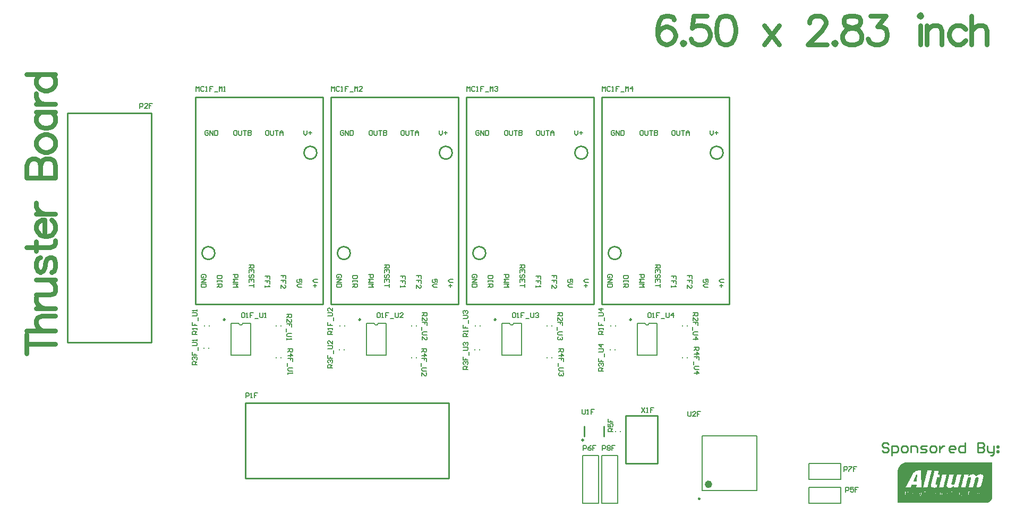
<source format=gto>
G04*
G04 #@! TF.GenerationSoftware,Altium Limited,Altium Designer,19.0.12 (326)*
G04*
G04 Layer_Color=65535*
%FSLAX24Y24*%
%MOIN*%
G70*
G01*
G75*
%ADD10C,0.0100*%
%ADD11C,0.0098*%
%ADD12C,0.0236*%
%ADD13C,0.0079*%
%ADD14C,0.0197*%
%ADD15C,0.0010*%
%ADD16C,0.0070*%
%ADD17C,0.0060*%
%ADD18C,0.0300*%
D10*
X15200Y16200D02*
G03*
X15200Y16200I-400J0D01*
G01*
X21600Y22500D02*
G03*
X21600Y22500I-400J0D01*
G01*
X41353Y12022D02*
G03*
X41353Y12022I-56J0D01*
G01*
X32853D02*
G03*
X32853Y12022I-56J0D01*
G01*
X24353D02*
G03*
X24353Y12022I-56J0D01*
G01*
X15853D02*
G03*
X15853Y12022I-56J0D01*
G01*
X23700Y16200D02*
G03*
X23700Y16200I-400J0D01*
G01*
X30100Y22500D02*
G03*
X30100Y22500I-400J0D01*
G01*
X38600D02*
G03*
X38600Y22500I-400J0D01*
G01*
X32200Y16200D02*
G03*
X32200Y16200I-400J0D01*
G01*
X40700D02*
G03*
X40700Y16200I-400J0D01*
G01*
X47100Y22500D02*
G03*
X47100Y22500I-400J0D01*
G01*
X14000Y13000D02*
X22000D01*
Y26000D01*
X14000Y13000D02*
Y26000D01*
X22000D01*
X41000Y6000D02*
X43000D01*
X41000Y3000D02*
Y6000D01*
Y3000D02*
X43000D01*
Y6000D01*
X17122Y2063D02*
X29878D01*
Y6787D01*
X17122D02*
X29878D01*
X17122Y2063D02*
Y6787D01*
X39610Y4685D02*
Y5315D01*
X38390Y4685D02*
Y5315D01*
X5951Y10604D02*
X11207D01*
X5951Y25004D02*
X11207D01*
Y10604D02*
Y25004D01*
X5951Y10604D02*
Y25004D01*
X22500Y13000D02*
X30500D01*
Y26000D01*
X22500Y13000D02*
Y26000D01*
X30500D01*
X31000D02*
X39000D01*
X31000Y13000D02*
Y26000D01*
X39000Y13000D02*
Y26000D01*
X31000Y13000D02*
X39000D01*
X39500D02*
X47500D01*
Y26000D01*
X39500Y13000D02*
Y26000D01*
X47500D01*
X57500Y4200D02*
X57400Y4300D01*
X57200D01*
X57100Y4200D01*
Y4100D01*
X57200Y4000D01*
X57400D01*
X57500Y3900D01*
Y3800D01*
X57400Y3700D01*
X57200D01*
X57100Y3800D01*
X57700Y3500D02*
Y4100D01*
X58000D01*
X58100Y4000D01*
Y3800D01*
X58000Y3700D01*
X57700D01*
X58400D02*
X58600D01*
X58699Y3800D01*
Y4000D01*
X58600Y4100D01*
X58400D01*
X58300Y4000D01*
Y3800D01*
X58400Y3700D01*
X58899D02*
Y4100D01*
X59199D01*
X59299Y4000D01*
Y3700D01*
X59499D02*
X59799D01*
X59899Y3800D01*
X59799Y3900D01*
X59599D01*
X59499Y4000D01*
X59599Y4100D01*
X59899D01*
X60199Y3700D02*
X60399D01*
X60499Y3800D01*
Y4000D01*
X60399Y4100D01*
X60199D01*
X60099Y4000D01*
Y3800D01*
X60199Y3700D01*
X60699Y4100D02*
Y3700D01*
Y3900D01*
X60799Y4000D01*
X60899Y4100D01*
X60999D01*
X61599Y3700D02*
X61399D01*
X61299Y3800D01*
Y4000D01*
X61399Y4100D01*
X61599D01*
X61699Y4000D01*
Y3900D01*
X61299D01*
X62298Y4300D02*
Y3700D01*
X61998D01*
X61898Y3800D01*
Y4000D01*
X61998Y4100D01*
X62298D01*
X63098Y4300D02*
Y3700D01*
X63398D01*
X63498Y3800D01*
Y3900D01*
X63398Y4000D01*
X63098D01*
X63398D01*
X63498Y4100D01*
Y4200D01*
X63398Y4300D01*
X63098D01*
X63698Y4100D02*
Y3800D01*
X63798Y3700D01*
X64098D01*
Y3600D01*
X63998Y3500D01*
X63898D01*
X64098Y3700D02*
Y4100D01*
X64298D02*
X64398D01*
Y4000D01*
X64298D01*
Y4100D01*
Y3800D02*
X64398D01*
Y3700D01*
X64298D01*
Y3800D01*
D11*
X45650Y776D02*
G03*
X45650Y776I-49J0D01*
G01*
D12*
X46299Y1681D02*
G03*
X46299Y1681I-118J0D01*
G01*
D13*
X42205Y11800D02*
G03*
X42455Y11800I125J0D01*
G01*
X33705D02*
G03*
X33955Y11800I125J0D01*
G01*
X25205D02*
G03*
X25455Y11800I125J0D01*
G01*
X16705D02*
G03*
X16955Y11800I125J0D01*
G01*
X40352Y4980D02*
Y5020D01*
X40648Y4980D02*
Y5020D01*
X39500Y3500D02*
X40500D01*
Y500D02*
Y3500D01*
X39500Y500D02*
X40500D01*
X39500D02*
Y3500D01*
X38300D02*
X39300D01*
Y500D02*
Y3500D01*
X38300Y500D02*
X39300D01*
X38300D02*
Y3500D01*
X45787Y1287D02*
X49213D01*
X45787Y4713D02*
X49213D01*
X45787Y1287D02*
Y4713D01*
X49213Y1287D02*
Y4713D01*
X41724Y9800D02*
Y11800D01*
Y9800D02*
X42937D01*
Y11800D01*
X42455D02*
X42937D01*
X41724D02*
X42205D01*
X33224Y9800D02*
Y11800D01*
Y9800D02*
X34437D01*
Y11800D01*
X33955D02*
X34437D01*
X33224D02*
X33705D01*
X24724Y9800D02*
Y11800D01*
Y9800D02*
X25937D01*
Y11800D01*
X25455D02*
X25937D01*
X24724D02*
X25205D01*
X16224Y9800D02*
Y11800D01*
Y9800D02*
X17437D01*
Y11800D01*
X16955D02*
X17437D01*
X16224D02*
X16705D01*
X52500Y2000D02*
X54500D01*
Y3000D01*
X52500D02*
X54500D01*
X52500Y2000D02*
Y3000D01*
Y500D02*
X54500D01*
Y1500D01*
X52500D02*
X54500D01*
X52500Y500D02*
Y1500D01*
X14552Y11630D02*
Y11670D01*
X14848Y11630D02*
Y11670D01*
X23052Y11630D02*
Y11670D01*
X23348Y11630D02*
Y11670D01*
X31552Y11630D02*
Y11670D01*
X31848Y11630D02*
Y11670D01*
X40052Y11630D02*
Y11670D01*
X40348Y11630D02*
Y11670D01*
X19348Y11630D02*
Y11670D01*
X19052Y11630D02*
Y11670D01*
X27848Y11630D02*
Y11670D01*
X27552Y11630D02*
Y11670D01*
X36348Y11630D02*
Y11670D01*
X36052Y11630D02*
Y11670D01*
X44848Y11630D02*
Y11670D01*
X44552Y11630D02*
Y11670D01*
X14529Y10219D02*
Y10258D01*
X14824Y10219D02*
Y10258D01*
X23029Y10130D02*
Y10170D01*
X23324Y10130D02*
Y10170D01*
X31529Y10130D02*
Y10170D01*
X31824Y10130D02*
Y10170D01*
X40029Y10130D02*
Y10170D01*
X40324Y10130D02*
Y10170D01*
X19052Y9630D02*
Y9670D01*
X19348Y9630D02*
Y9670D01*
X27552Y9630D02*
Y9670D01*
X27848Y9630D02*
Y9670D01*
X36052Y9630D02*
Y9670D01*
X36348Y9630D02*
Y9670D01*
X44552Y9630D02*
Y9670D01*
X44848Y9630D02*
Y9670D01*
D14*
X38291Y4449D02*
G03*
X38291Y4449I-0J0D01*
G01*
D15*
X58590Y3060D02*
X63960D01*
X58530Y3050D02*
X63960D01*
X58500Y3040D02*
X63960D01*
X58470Y3030D02*
X63960D01*
X58440Y3020D02*
X63960D01*
X58420Y3010D02*
X63960D01*
X58400Y3000D02*
X63960D01*
X58380Y2990D02*
X63960D01*
X58360Y2980D02*
X63960D01*
X58340Y2970D02*
X63960D01*
X58330Y2960D02*
X63960D01*
X58310Y2950D02*
X63960D01*
X58300Y2940D02*
X63960D01*
X58290Y2930D02*
X63960D01*
X58280Y2920D02*
X63960D01*
X58260Y2910D02*
X63960D01*
X58250Y2900D02*
X63960D01*
X58240Y2890D02*
X63960D01*
X58230Y2880D02*
X63960D01*
X58220Y2870D02*
X63960D01*
X58210Y2860D02*
X63960D01*
X58210Y2850D02*
X63960D01*
X58200Y2840D02*
X63960D01*
X58190Y2830D02*
X63960D01*
X58180Y2820D02*
X63960D01*
X58170Y2810D02*
X63960D01*
X58170Y2800D02*
X63960D01*
X58160Y2790D02*
X63960D01*
X58150Y2780D02*
X63960D01*
X58140Y2770D02*
X63960D01*
X58140Y2760D02*
X63960D01*
X58130Y2750D02*
X63960D01*
X58130Y2740D02*
X63960D01*
X58120Y2730D02*
X63960D01*
X58110Y2720D02*
X63960D01*
X58110Y2710D02*
X63960D01*
X58110Y2700D02*
X63960D01*
X58100Y2690D02*
X63960D01*
X58100Y2680D02*
X63960D01*
X58090Y2670D02*
X63960D01*
X58090Y2660D02*
X63960D01*
X58080Y2650D02*
X63960D01*
X58080Y2640D02*
X63960D01*
X58080Y2630D02*
X63960D01*
X58070Y2620D02*
X63960D01*
X58070Y2610D02*
X63960D01*
X58070Y2600D02*
X63960D01*
X58070Y2590D02*
X63960D01*
X58060Y2580D02*
X63960D01*
X58060Y2570D02*
X59300D01*
X59510D02*
X59890D01*
X60200D02*
X63960D01*
X58060Y2560D02*
X59240D01*
X59510D02*
X59880D01*
X60190D02*
X60340D01*
X60650D02*
X63960D01*
X58060Y2550D02*
X59210D01*
X59510D02*
X59880D01*
X60190D02*
X60340D01*
X60640D02*
X63960D01*
X58060Y2540D02*
X59180D01*
X59510D02*
X59880D01*
X60190D02*
X60330D01*
X60640D02*
X63960D01*
X58060Y2530D02*
X59160D01*
X59510D02*
X59880D01*
X60190D02*
X60330D01*
X60640D02*
X63960D01*
X58060Y2520D02*
X59140D01*
X59510D02*
X59870D01*
X60180D02*
X60330D01*
X60640D02*
X63960D01*
X58060Y2510D02*
X59120D01*
X59510D02*
X59870D01*
X60180D02*
X60330D01*
X60630D02*
X63960D01*
X58060Y2500D02*
X59110D01*
X59520D02*
X59870D01*
X60180D02*
X60320D01*
X60630D02*
X63960D01*
X58060Y2490D02*
X59090D01*
X59520D02*
X59870D01*
X60180D02*
X60320D01*
X60630D02*
X63960D01*
X58060Y2480D02*
X59080D01*
X59520D02*
X59860D01*
X60170D02*
X60320D01*
X60630D02*
X63960D01*
X58060Y2470D02*
X59070D01*
X59520D02*
X59860D01*
X60170D02*
X60320D01*
X60620D02*
X63960D01*
X58060Y2460D02*
X59060D01*
X59520D02*
X59860D01*
X60170D02*
X60310D01*
X60620D02*
X63960D01*
X58060Y2450D02*
X59050D01*
X59520D02*
X59860D01*
X60170D02*
X60310D01*
X60620D02*
X63960D01*
X58060Y2440D02*
X59040D01*
X59520D02*
X59850D01*
X60160D02*
X60310D01*
X60620D02*
X63960D01*
X58060Y2430D02*
X59030D01*
X59520D02*
X59850D01*
X60160D02*
X60310D01*
X60610D02*
X63960D01*
X58060Y2420D02*
X59020D01*
X59520D02*
X59850D01*
X60160D02*
X60300D01*
X60610D02*
X63960D01*
X58060Y2410D02*
X59010D01*
X59520D02*
X59850D01*
X60160D02*
X60300D01*
X60610D02*
X63960D01*
X58060Y2400D02*
X59000D01*
X59520D02*
X59840D01*
X60150D02*
X60300D01*
X60600D02*
X63960D01*
X58060Y2390D02*
X59000D01*
X59520D02*
X59840D01*
X60150D02*
X60300D01*
X60600D02*
X63960D01*
X58060Y2380D02*
X58990D01*
X59520D02*
X59840D01*
X60150D02*
X60290D01*
X60600D02*
X63960D01*
X58060Y2370D02*
X58980D01*
X59520D02*
X59840D01*
X60150D02*
X60290D01*
X60600D02*
X63960D01*
X58060Y2360D02*
X58980D01*
X59520D02*
X59840D01*
X60140D02*
X60290D01*
X60590D02*
X63960D01*
X58060Y2350D02*
X58970D01*
X59520D02*
X59830D01*
X60140D02*
X60290D01*
X60590D02*
X63960D01*
X58060Y2340D02*
X58970D01*
X59520D02*
X59830D01*
X60140D02*
X60280D01*
X60590D02*
X63960D01*
X58060Y2330D02*
X58960D01*
X59520D02*
X59830D01*
X60140D02*
X60280D01*
X60590D02*
X62710D01*
X62820D02*
X63190D01*
X63290D02*
X63960D01*
X58060Y2320D02*
X58960D01*
X59520D02*
X59830D01*
X60130D02*
X60280D01*
X60580D02*
X62650D01*
X62860D02*
X63130D01*
X63340D02*
X63960D01*
X58060Y2310D02*
X58950D01*
X59520D02*
X59820D01*
X60130D02*
X60280D01*
X60710D02*
X62620D01*
X62890D02*
X63100D01*
X63360D02*
X63960D01*
X58060Y2300D02*
X58950D01*
X59230D02*
X59240D01*
X59520D02*
X59820D01*
X60130D02*
X60270D01*
X60710D02*
X60820D01*
X61130D02*
X61260D01*
X61570D02*
X61740D01*
X62050D02*
X62200D01*
X62510D02*
X62600D01*
X62900D02*
X63080D01*
X63380D02*
X63960D01*
X58060Y2290D02*
X58940D01*
X59230D02*
X59240D01*
X59520D02*
X59820D01*
X60130D02*
X60270D01*
X60700D02*
X60820D01*
X61120D02*
X61260D01*
X61570D02*
X61740D01*
X62050D02*
X62200D01*
X62510D02*
X62580D01*
X62920D02*
X63060D01*
X63400D02*
X63960D01*
X58060Y2280D02*
X58940D01*
X59220D02*
X59240D01*
X59520D02*
X59820D01*
X60120D02*
X60270D01*
X60700D02*
X60810D01*
X61120D02*
X61260D01*
X61570D02*
X61740D01*
X62050D02*
X62200D01*
X62510D02*
X62570D01*
X62930D02*
X63040D01*
X63410D02*
X63960D01*
X58060Y2270D02*
X58930D01*
X59220D02*
X59240D01*
X59520D02*
X59810D01*
X60120D02*
X60270D01*
X60700D02*
X60810D01*
X61120D02*
X61260D01*
X61560D02*
X61740D01*
X62040D02*
X62190D01*
X62500D02*
X62550D01*
X62930D02*
X63020D01*
X63420D02*
X63960D01*
X58060Y2260D02*
X58930D01*
X59210D02*
X59240D01*
X59520D02*
X59810D01*
X60120D02*
X60260D01*
X60700D02*
X60810D01*
X61120D02*
X61250D01*
X61560D02*
X61730D01*
X62040D02*
X62190D01*
X62500D02*
X62540D01*
X62940D02*
X63010D01*
X63420D02*
X63960D01*
X58060Y2250D02*
X58920D01*
X59210D02*
X59240D01*
X59520D02*
X59810D01*
X60110D02*
X60260D01*
X60690D02*
X60810D01*
X61110D02*
X61250D01*
X61560D02*
X61730D01*
X62040D02*
X62190D01*
X62500D02*
X62530D01*
X62950D02*
X63000D01*
X63430D02*
X63960D01*
X58060Y2240D02*
X58910D01*
X59200D02*
X59240D01*
X59530D02*
X59810D01*
X60110D02*
X60260D01*
X60690D02*
X60800D01*
X61110D02*
X61250D01*
X61560D02*
X61730D01*
X62040D02*
X62190D01*
X62500D02*
X62520D01*
X62950D02*
X62990D01*
X63430D02*
X63960D01*
X58060Y2230D02*
X58910D01*
X59200D02*
X59240D01*
X59530D02*
X59800D01*
X60110D02*
X60260D01*
X60690D02*
X60800D01*
X61110D02*
X61250D01*
X61550D02*
X61730D01*
X62030D02*
X62180D01*
X62490D02*
X62510D01*
X62950D02*
X62980D01*
X63430D02*
X63960D01*
X58060Y2220D02*
X58900D01*
X59190D02*
X59240D01*
X59530D02*
X59800D01*
X60110D02*
X60250D01*
X60690D02*
X60800D01*
X61110D02*
X61240D01*
X61550D02*
X61720D01*
X62030D02*
X62180D01*
X62490D02*
X62500D01*
X62960D02*
X62970D01*
X63430D02*
X63960D01*
X58060Y2210D02*
X58900D01*
X59190D02*
X59240D01*
X59530D02*
X59800D01*
X60100D02*
X60250D01*
X60680D02*
X60800D01*
X61100D02*
X61240D01*
X61550D02*
X61720D01*
X62030D02*
X62180D01*
X63440D02*
X63960D01*
X58060Y2200D02*
X58890D01*
X59180D02*
X59240D01*
X59530D02*
X59800D01*
X60100D02*
X60250D01*
X60680D02*
X60790D01*
X61100D02*
X61240D01*
X61550D02*
X61720D01*
X62030D02*
X62180D01*
X63440D02*
X63960D01*
X58060Y2190D02*
X58890D01*
X59180D02*
X59240D01*
X59530D02*
X59790D01*
X60100D02*
X60250D01*
X60680D02*
X60790D01*
X61100D02*
X61240D01*
X61540D02*
X61720D01*
X62020D02*
X62170D01*
X63440D02*
X63960D01*
X58060Y2180D02*
X58880D01*
X59180D02*
X59240D01*
X59530D02*
X59790D01*
X60100D02*
X60240D01*
X60680D02*
X60790D01*
X61100D02*
X61230D01*
X61540D02*
X61710D01*
X62020D02*
X62170D01*
X63440D02*
X63960D01*
X58060Y2170D02*
X58880D01*
X59170D02*
X59240D01*
X59530D02*
X59790D01*
X60090D02*
X60240D01*
X60670D02*
X60790D01*
X61090D02*
X61230D01*
X61540D02*
X61710D01*
X62020D02*
X62170D01*
X63440D02*
X63960D01*
X58060Y2160D02*
X58870D01*
X59170D02*
X59240D01*
X59530D02*
X59790D01*
X60090D02*
X60240D01*
X60670D02*
X60780D01*
X61090D02*
X61230D01*
X61540D02*
X61710D01*
X62020D02*
X62170D01*
X63440D02*
X63960D01*
X58060Y2150D02*
X58870D01*
X59160D02*
X59240D01*
X59530D02*
X59780D01*
X60090D02*
X60240D01*
X60670D02*
X60780D01*
X61090D02*
X61230D01*
X61530D02*
X61710D01*
X62010D02*
X62160D01*
X63430D02*
X63960D01*
X58060Y2140D02*
X58860D01*
X59160D02*
X59240D01*
X59530D02*
X59780D01*
X60090D02*
X60230D01*
X60670D02*
X60780D01*
X61090D02*
X61220D01*
X61530D02*
X61700D01*
X62010D02*
X62160D01*
X63430D02*
X63960D01*
X58060Y2130D02*
X58860D01*
X59150D02*
X59230D01*
X59530D02*
X59780D01*
X60080D02*
X60230D01*
X60660D02*
X60780D01*
X61080D02*
X61220D01*
X61530D02*
X61700D01*
X62010D02*
X62160D01*
X63430D02*
X63960D01*
X58060Y2120D02*
X58850D01*
X59150D02*
X59230D01*
X59530D02*
X59780D01*
X60080D02*
X60230D01*
X60530D02*
X60770D01*
X61080D02*
X61220D01*
X61530D02*
X61700D01*
X62010D02*
X62160D01*
X62510D02*
X62600D01*
X62990D02*
X63080D01*
X63430D02*
X63960D01*
X58060Y2110D02*
X58840D01*
X59140D02*
X59230D01*
X59530D02*
X59770D01*
X60080D02*
X60230D01*
X60530D02*
X60770D01*
X61080D02*
X61220D01*
X61520D02*
X61700D01*
X62000D02*
X62150D01*
X62490D02*
X62610D01*
X62970D02*
X63090D01*
X63430D02*
X63960D01*
X58060Y2100D02*
X58840D01*
X59140D02*
X59230D01*
X59530D02*
X59770D01*
X60080D02*
X60220D01*
X60530D02*
X60770D01*
X61080D02*
X61210D01*
X61520D02*
X61690D01*
X62000D02*
X62150D01*
X62480D02*
X62620D01*
X62960D02*
X63100D01*
X63420D02*
X63960D01*
X58060Y2090D02*
X58830D01*
X59130D02*
X59230D01*
X59530D02*
X59770D01*
X60070D02*
X60220D01*
X60530D02*
X60770D01*
X61070D02*
X61210D01*
X61520D02*
X61690D01*
X62000D02*
X62150D01*
X62470D02*
X62620D01*
X62950D02*
X63100D01*
X63420D02*
X63960D01*
X58060Y2080D02*
X58830D01*
X59130D02*
X59230D01*
X59530D02*
X59770D01*
X60070D02*
X60220D01*
X60520D02*
X60760D01*
X61070D02*
X61210D01*
X61520D02*
X61690D01*
X62000D02*
X62150D01*
X62460D02*
X62620D01*
X62940D02*
X63100D01*
X63420D02*
X63960D01*
X58060Y2070D02*
X58820D01*
X59130D02*
X59230D01*
X59530D02*
X59760D01*
X60070D02*
X60220D01*
X60520D02*
X60760D01*
X61070D02*
X61210D01*
X61510D02*
X61690D01*
X61990D02*
X62140D01*
X62460D02*
X62620D01*
X62940D02*
X63110D01*
X63420D02*
X63960D01*
X58060Y2060D02*
X58820D01*
X59120D02*
X59230D01*
X59530D02*
X59760D01*
X60070D02*
X60210D01*
X60520D02*
X60760D01*
X61070D02*
X61200D01*
X61510D02*
X61680D01*
X61990D02*
X62140D01*
X62450D02*
X62620D01*
X62930D02*
X63100D01*
X63410D02*
X63960D01*
X58060Y2050D02*
X58810D01*
X59120D02*
X59230D01*
X59530D02*
X59760D01*
X60060D02*
X60210D01*
X60520D02*
X60760D01*
X61060D02*
X61200D01*
X61510D02*
X61680D01*
X61990D02*
X62140D01*
X62450D02*
X62620D01*
X62930D02*
X63100D01*
X63410D02*
X63960D01*
X58060Y2040D02*
X58810D01*
X59110D02*
X59230D01*
X59530D02*
X59760D01*
X60060D02*
X60210D01*
X60510D02*
X60750D01*
X61060D02*
X61200D01*
X61510D02*
X61680D01*
X61990D02*
X62140D01*
X62440D02*
X62620D01*
X62930D02*
X63100D01*
X63410D02*
X63960D01*
X58060Y2030D02*
X58800D01*
X59110D02*
X59230D01*
X59530D02*
X59750D01*
X60060D02*
X60210D01*
X60510D02*
X60750D01*
X61060D02*
X61200D01*
X61500D02*
X61680D01*
X61980D02*
X62130D01*
X62440D02*
X62620D01*
X62920D02*
X63100D01*
X63410D02*
X63960D01*
X58060Y2020D02*
X58800D01*
X59100D02*
X59230D01*
X59530D02*
X59750D01*
X60060D02*
X60200D01*
X60510D02*
X60750D01*
X61060D02*
X61190D01*
X61500D02*
X61670D01*
X61980D02*
X62130D01*
X62440D02*
X62610D01*
X62920D02*
X63100D01*
X63400D02*
X63960D01*
X58060Y2010D02*
X58790D01*
X59100D02*
X59230D01*
X59530D02*
X59750D01*
X60050D02*
X60200D01*
X60510D02*
X60750D01*
X61050D02*
X61190D01*
X61500D02*
X61670D01*
X61980D02*
X62130D01*
X62440D02*
X62610D01*
X62920D02*
X63090D01*
X63400D02*
X63960D01*
X58060Y2000D02*
X58790D01*
X59090D02*
X59230D01*
X59530D02*
X59750D01*
X60050D02*
X60200D01*
X60500D02*
X60740D01*
X61050D02*
X61190D01*
X61500D02*
X61670D01*
X61980D02*
X62130D01*
X62430D02*
X62610D01*
X62910D02*
X63090D01*
X63400D02*
X63960D01*
X58060Y1990D02*
X58780D01*
X59090D02*
X59230D01*
X59530D02*
X59740D01*
X60050D02*
X60190D01*
X60500D02*
X60740D01*
X61050D02*
X61190D01*
X61490D02*
X61670D01*
X61970D02*
X62120D01*
X62430D02*
X62610D01*
X62910D02*
X63090D01*
X63400D02*
X63960D01*
X58060Y1980D02*
X58780D01*
X59080D02*
X59230D01*
X59530D02*
X59740D01*
X60050D02*
X60190D01*
X60500D02*
X60740D01*
X61050D02*
X61180D01*
X61490D02*
X61660D01*
X61970D02*
X62120D01*
X62430D02*
X62600D01*
X62910D02*
X63090D01*
X63390D02*
X63960D01*
X58060Y1970D02*
X58770D01*
X59080D02*
X59230D01*
X59540D02*
X59740D01*
X60040D02*
X60190D01*
X60500D02*
X60740D01*
X61040D02*
X61180D01*
X61490D02*
X61660D01*
X61970D02*
X62120D01*
X62430D02*
X62600D01*
X62910D02*
X63080D01*
X63390D02*
X63960D01*
X58060Y1960D02*
X58760D01*
X59070D02*
X59230D01*
X59540D02*
X59740D01*
X60040D02*
X60190D01*
X60490D02*
X60730D01*
X61040D02*
X61180D01*
X61490D02*
X61660D01*
X61970D02*
X62120D01*
X62420D02*
X62600D01*
X62900D02*
X63080D01*
X63390D02*
X63960D01*
X58060Y1950D02*
X58760D01*
X59070D02*
X59220D01*
X59540D02*
X59730D01*
X60040D02*
X60180D01*
X60490D02*
X60730D01*
X61040D02*
X61180D01*
X61480D02*
X61660D01*
X61960D02*
X62110D01*
X62420D02*
X62600D01*
X62900D02*
X63080D01*
X63390D02*
X63960D01*
X58060Y1940D02*
X58750D01*
X59070D02*
X59220D01*
X59540D02*
X59730D01*
X60040D02*
X60180D01*
X60490D02*
X60730D01*
X61040D02*
X61170D01*
X61480D02*
X61650D01*
X61960D02*
X62110D01*
X62420D02*
X62590D01*
X62900D02*
X63080D01*
X63380D02*
X63960D01*
X58060Y1930D02*
X58750D01*
X59060D02*
X59220D01*
X59540D02*
X59730D01*
X60030D02*
X60180D01*
X60490D02*
X60730D01*
X61030D02*
X61170D01*
X61480D02*
X61650D01*
X61960D02*
X62110D01*
X62420D02*
X62590D01*
X62900D02*
X63070D01*
X63380D02*
X63960D01*
X58060Y1920D02*
X58740D01*
X59060D02*
X59220D01*
X59540D02*
X59730D01*
X60030D02*
X60180D01*
X60480D02*
X60720D01*
X61030D02*
X61170D01*
X61480D02*
X61650D01*
X61960D02*
X62110D01*
X62410D02*
X62590D01*
X62890D02*
X63070D01*
X63380D02*
X63960D01*
X58060Y1910D02*
X58740D01*
X59050D02*
X59220D01*
X59540D02*
X59720D01*
X60030D02*
X60170D01*
X60480D02*
X60720D01*
X61030D02*
X61170D01*
X61470D02*
X61650D01*
X61950D02*
X62100D01*
X62410D02*
X62590D01*
X62890D02*
X63070D01*
X63380D02*
X63960D01*
X58060Y1900D02*
X58730D01*
X59050D02*
X59220D01*
X59540D02*
X59720D01*
X60030D02*
X60170D01*
X60480D02*
X60720D01*
X61030D02*
X61160D01*
X61470D02*
X61640D01*
X61950D02*
X62100D01*
X62410D02*
X62580D01*
X62890D02*
X63070D01*
X63370D02*
X63960D01*
X58060Y1890D02*
X58730D01*
X59040D02*
X59220D01*
X59540D02*
X59720D01*
X60020D02*
X60170D01*
X60480D02*
X60720D01*
X61020D02*
X61160D01*
X61470D02*
X61640D01*
X61950D02*
X62100D01*
X62410D02*
X62580D01*
X62890D02*
X63060D01*
X63370D02*
X63960D01*
X58060Y1880D02*
X58720D01*
X59540D02*
X59720D01*
X60020D02*
X60170D01*
X60470D02*
X60710D01*
X61020D02*
X61160D01*
X61470D02*
X61640D01*
X61950D02*
X62100D01*
X62400D02*
X62580D01*
X62880D02*
X63060D01*
X63370D02*
X63960D01*
X58060Y1870D02*
X58720D01*
X59540D02*
X59710D01*
X60020D02*
X60160D01*
X60470D02*
X60710D01*
X61020D02*
X61160D01*
X61460D02*
X61640D01*
X61940D02*
X62090D01*
X62400D02*
X62580D01*
X62880D02*
X63060D01*
X63370D02*
X63960D01*
X58060Y1860D02*
X58710D01*
X59540D02*
X59710D01*
X60020D02*
X60160D01*
X60470D02*
X60710D01*
X61020D02*
X61150D01*
X61460D02*
X61630D01*
X61940D02*
X62090D01*
X62400D02*
X62570D01*
X62880D02*
X63060D01*
X63360D02*
X63960D01*
X58060Y1850D02*
X58710D01*
X59540D02*
X59710D01*
X60010D02*
X60160D01*
X60470D02*
X60710D01*
X61010D02*
X61150D01*
X61460D02*
X61630D01*
X61940D02*
X62090D01*
X62400D02*
X62570D01*
X62880D02*
X63050D01*
X63360D02*
X63960D01*
X58060Y1840D02*
X58700D01*
X59540D02*
X59710D01*
X60010D02*
X60160D01*
X60460D02*
X60700D01*
X61010D02*
X61150D01*
X61460D02*
X61630D01*
X61940D02*
X62090D01*
X62390D02*
X62570D01*
X62870D02*
X63050D01*
X63360D02*
X63960D01*
X58060Y1830D02*
X58690D01*
X59540D02*
X59700D01*
X60010D02*
X60150D01*
X60460D02*
X60700D01*
X61010D02*
X61150D01*
X61450D02*
X61630D01*
X61930D02*
X62080D01*
X62390D02*
X62570D01*
X62870D02*
X63050D01*
X63360D02*
X63960D01*
X58060Y1820D02*
X58690D01*
X59540D02*
X59700D01*
X60010D02*
X60150D01*
X60460D02*
X60700D01*
X61010D02*
X61140D01*
X61450D02*
X61620D01*
X61930D02*
X62080D01*
X62390D02*
X62560D01*
X62870D02*
X63050D01*
X63350D02*
X63960D01*
X58060Y1810D02*
X58680D01*
X59540D02*
X59700D01*
X60000D02*
X60150D01*
X60460D02*
X60700D01*
X61000D02*
X61140D01*
X61450D02*
X61620D01*
X61930D02*
X62080D01*
X62390D02*
X62560D01*
X62870D02*
X63040D01*
X63350D02*
X63960D01*
X58060Y1800D02*
X58680D01*
X59540D02*
X59700D01*
X60000D02*
X60150D01*
X60450D02*
X60690D01*
X61000D02*
X61140D01*
X61450D02*
X61620D01*
X61930D02*
X62080D01*
X62380D02*
X62560D01*
X62860D02*
X63040D01*
X63350D02*
X63960D01*
X58060Y1790D02*
X58670D01*
X59540D02*
X59690D01*
X60000D02*
X60140D01*
X60450D02*
X60690D01*
X61000D02*
X61140D01*
X61440D02*
X61620D01*
X61920D02*
X62070D01*
X62380D02*
X62560D01*
X62860D02*
X63040D01*
X63350D02*
X63960D01*
X58060Y1780D02*
X58670D01*
X59540D02*
X59690D01*
X60000D02*
X60140D01*
X60450D02*
X60690D01*
X61000D02*
X61130D01*
X61440D02*
X61610D01*
X61920D02*
X62070D01*
X62380D02*
X62550D01*
X62860D02*
X63040D01*
X63340D02*
X63960D01*
X58060Y1770D02*
X58660D01*
X59540D02*
X59690D01*
X59990D02*
X60140D01*
X60450D02*
X60690D01*
X60990D02*
X61130D01*
X61440D02*
X61610D01*
X61920D02*
X62070D01*
X62380D02*
X62550D01*
X62860D02*
X63030D01*
X63340D02*
X63960D01*
X58060Y1760D02*
X58660D01*
X59540D02*
X59690D01*
X59990D02*
X60140D01*
X60440D02*
X60680D01*
X60990D02*
X61130D01*
X61440D02*
X61610D01*
X61920D02*
X62070D01*
X62370D02*
X62550D01*
X62850D02*
X63030D01*
X63340D02*
X63960D01*
X58060Y1750D02*
X58650D01*
X59540D02*
X59680D01*
X59990D02*
X60130D01*
X60440D02*
X60680D01*
X60990D02*
X61130D01*
X61430D02*
X61610D01*
X61910D02*
X62060D01*
X62370D02*
X62550D01*
X62850D02*
X63030D01*
X63340D02*
X63960D01*
X58060Y1740D02*
X58650D01*
X59540D02*
X59680D01*
X59990D02*
X60130D01*
X60440D02*
X60680D01*
X60990D02*
X61120D01*
X61430D02*
X61600D01*
X61910D02*
X62060D01*
X62370D02*
X62540D01*
X62850D02*
X63030D01*
X63330D02*
X63960D01*
X58060Y1730D02*
X58640D01*
X59540D02*
X59680D01*
X59980D02*
X60130D01*
X60440D02*
X60680D01*
X60980D02*
X61120D01*
X61430D02*
X61600D01*
X61910D02*
X62060D01*
X62370D02*
X62540D01*
X62850D02*
X63020D01*
X63330D02*
X63960D01*
X58060Y1720D02*
X58640D01*
X59540D02*
X59680D01*
X59980D02*
X60130D01*
X60440D02*
X60670D01*
X60980D02*
X61120D01*
X61430D02*
X61590D01*
X61910D02*
X62060D01*
X62360D02*
X62540D01*
X62840D02*
X63020D01*
X63330D02*
X63960D01*
X58060Y1710D02*
X58630D01*
X59550D02*
X59670D01*
X59980D02*
X60120D01*
X60430D02*
X60670D01*
X60980D02*
X61120D01*
X61430D02*
X61590D01*
X61900D02*
X62050D01*
X62360D02*
X62540D01*
X62840D02*
X63020D01*
X63330D02*
X63960D01*
X58060Y1700D02*
X58630D01*
X59550D02*
X59670D01*
X59980D02*
X60120D01*
X60440D02*
X60670D01*
X60980D02*
X61110D01*
X61440D02*
X61580D01*
X61900D02*
X62050D01*
X62360D02*
X62530D01*
X62840D02*
X63020D01*
X63320D02*
X63960D01*
X58060Y1690D02*
X58620D01*
X59550D02*
X59670D01*
X59970D02*
X60120D01*
X60440D02*
X60670D01*
X60970D02*
X61110D01*
X61440D02*
X61570D01*
X61900D02*
X62050D01*
X62360D02*
X62530D01*
X62840D02*
X63010D01*
X63320D02*
X63960D01*
X58060Y1680D02*
X58610D01*
X59550D02*
X59670D01*
X59970D02*
X60120D01*
X60450D02*
X60660D01*
X60970D02*
X61110D01*
X61450D02*
X61550D01*
X61900D02*
X62050D01*
X62350D02*
X62530D01*
X62830D02*
X63010D01*
X63320D02*
X63960D01*
X58060Y1670D02*
X58610D01*
X58950D02*
X59210D01*
X59550D02*
X59660D01*
X59970D02*
X60110D01*
X60550D02*
X60660D01*
X60970D02*
X61110D01*
X61890D02*
X62040D01*
X62350D02*
X62530D01*
X62830D02*
X63010D01*
X63320D02*
X63960D01*
X58060Y1660D02*
X58600D01*
X58940D02*
X59210D01*
X59550D02*
X59660D01*
X59970D02*
X60110D01*
X60550D02*
X60660D01*
X60970D02*
X61100D01*
X61890D02*
X62040D01*
X62350D02*
X62520D01*
X62830D02*
X63010D01*
X63310D02*
X63960D01*
X58060Y1650D02*
X58600D01*
X58940D02*
X59210D01*
X59550D02*
X59660D01*
X59960D02*
X60110D01*
X60540D02*
X60660D01*
X60960D02*
X61100D01*
X61890D02*
X62040D01*
X62350D02*
X62520D01*
X62830D02*
X63000D01*
X63310D02*
X63960D01*
X58060Y1640D02*
X58590D01*
X58930D02*
X59210D01*
X59550D02*
X59660D01*
X59960D02*
X60110D01*
X60540D02*
X60650D01*
X60960D02*
X61100D01*
X61890D02*
X62040D01*
X62340D02*
X62520D01*
X62820D02*
X63000D01*
X63310D02*
X63960D01*
X58060Y1630D02*
X58590D01*
X58930D02*
X59210D01*
X59550D02*
X59650D01*
X59960D02*
X60110D01*
X60540D02*
X60650D01*
X60960D02*
X61100D01*
X61880D02*
X62030D01*
X62340D02*
X62520D01*
X62820D02*
X63000D01*
X63310D02*
X63960D01*
X58060Y1620D02*
X58580D01*
X58920D02*
X59210D01*
X59550D02*
X59650D01*
X59960D02*
X60110D01*
X60540D02*
X60650D01*
X60960D02*
X61100D01*
X61880D02*
X62030D01*
X62340D02*
X62510D01*
X62820D02*
X63000D01*
X63300D02*
X63960D01*
X58060Y1610D02*
X58580D01*
X58920D02*
X59210D01*
X59550D02*
X59650D01*
X59950D02*
X60110D01*
X60530D02*
X60650D01*
X60950D02*
X61100D01*
X61880D02*
X62030D01*
X62340D02*
X62510D01*
X62820D02*
X62990D01*
X63300D02*
X63960D01*
X58060Y1600D02*
X58570D01*
X58910D02*
X59210D01*
X59550D02*
X59650D01*
X59950D02*
X60110D01*
X60530D02*
X60640D01*
X60950D02*
X61100D01*
X61880D02*
X62030D01*
X62330D02*
X62510D01*
X62810D02*
X62990D01*
X63290D02*
X63960D01*
X58060Y1590D02*
X58570D01*
X58910D02*
X59210D01*
X59550D02*
X59640D01*
X59950D02*
X60110D01*
X60530D02*
X60640D01*
X60950D02*
X61100D01*
X61870D02*
X62020D01*
X62330D02*
X62510D01*
X62810D02*
X62990D01*
X63290D02*
X63960D01*
X58060Y1580D02*
X58560D01*
X58910D02*
X59200D01*
X59550D02*
X59640D01*
X59950D02*
X60110D01*
X60530D02*
X60640D01*
X60950D02*
X61100D01*
X61870D02*
X62020D01*
X62330D02*
X62500D01*
X62810D02*
X62990D01*
X63280D02*
X63960D01*
X58060Y1570D02*
X58560D01*
X58900D02*
X59200D01*
X59550D02*
X59640D01*
X59940D02*
X60110D01*
X60520D02*
X60640D01*
X60940D02*
X61110D01*
X61550D02*
X61560D01*
X61870D02*
X62020D01*
X62330D02*
X62500D01*
X62810D02*
X62980D01*
X63270D02*
X63370D01*
X63440D02*
X63450D01*
X63480D02*
X63530D01*
X63550D02*
X63960D01*
X58060Y1560D02*
X58550D01*
X58900D02*
X59200D01*
X59550D02*
X59640D01*
X59940D02*
X60110D01*
X60520D02*
X60630D01*
X60940D02*
X61110D01*
X61540D02*
X61560D01*
X61870D02*
X62020D01*
X62320D02*
X62500D01*
X62800D02*
X62980D01*
X63270D02*
X63390D01*
X63410D02*
X63450D01*
X63480D02*
X63520D01*
X63550D02*
X63960D01*
X58060Y1550D02*
X58540D01*
X58890D02*
X59200D01*
X59550D02*
X59630D01*
X59940D02*
X60110D01*
X60520D02*
X60630D01*
X60940D02*
X61110D01*
X61530D02*
X61560D01*
X61860D02*
X62010D01*
X62320D02*
X62500D01*
X62800D02*
X62980D01*
X63260D02*
X63390D01*
X63410D02*
X63450D01*
X63490D02*
X63520D01*
X63550D02*
X63960D01*
X58060Y1540D02*
X58540D01*
X58890D02*
X59200D01*
X59550D02*
X59630D01*
X59940D02*
X60120D01*
X60520D02*
X60630D01*
X60940D02*
X61120D01*
X61520D02*
X61560D01*
X61860D02*
X62010D01*
X62320D02*
X62490D01*
X62800D02*
X62980D01*
X63250D02*
X63390D01*
X63410D02*
X63450D01*
X63490D02*
X63520D01*
X63530D02*
X63540D01*
X63550D02*
X63960D01*
X58060Y1530D02*
X58530D01*
X58880D02*
X59200D01*
X59550D02*
X59630D01*
X59930D02*
X60120D01*
X60510D02*
X60630D01*
X60930D02*
X61120D01*
X61510D02*
X61550D01*
X61860D02*
X62010D01*
X62320D02*
X62490D01*
X62800D02*
X62970D01*
X63230D02*
X63390D01*
X63410D02*
X63450D01*
X63470D02*
X63480D01*
X63490D02*
X63510D01*
X63530D02*
X63540D01*
X63550D02*
X63960D01*
X58060Y1520D02*
X58530D01*
X58880D02*
X59200D01*
X59550D02*
X59630D01*
X59930D02*
X60130D01*
X60510D02*
X60620D01*
X60930D02*
X61130D01*
X61490D02*
X61550D01*
X61860D02*
X62010D01*
X62310D02*
X62490D01*
X62790D02*
X62970D01*
X63220D02*
X63390D01*
X63410D02*
X63450D01*
X63470D02*
X63480D01*
X63500D02*
X63510D01*
X63520D02*
X63540D01*
X63550D02*
X63960D01*
X58060Y1510D02*
X58520D01*
X58880D02*
X59200D01*
X59550D02*
X59620D01*
X59930D02*
X60150D01*
X60510D02*
X60620D01*
X60930D02*
X61140D01*
X61480D02*
X61550D01*
X61850D02*
X62000D01*
X62310D02*
X62490D01*
X62790D02*
X62970D01*
X63200D02*
X63390D01*
X63410D02*
X63450D01*
X63470D02*
X63490D01*
X63520D02*
X63540D01*
X63550D02*
X63960D01*
X58060Y1500D02*
X58520D01*
X58870D02*
X59200D01*
X59550D02*
X59620D01*
X59930D02*
X60170D01*
X60510D02*
X60620D01*
X60930D02*
X61160D01*
X61460D02*
X61550D01*
X61850D02*
X62000D01*
X62310D02*
X62480D01*
X62790D02*
X62970D01*
X63180D02*
X63390D01*
X63410D02*
X63450D01*
X63470D02*
X63490D01*
X63520D02*
X63540D01*
X63550D02*
X63960D01*
X58060Y1490D02*
X58510D01*
X58870D02*
X59200D01*
X59550D02*
X59620D01*
X59920D02*
X60200D01*
X60500D02*
X60620D01*
X60920D02*
X61180D01*
X61440D02*
X61540D01*
X61850D02*
X62000D01*
X62310D02*
X62480D01*
X62790D02*
X62960D01*
X63140D02*
X63390D01*
X63410D02*
X63450D01*
X63470D02*
X63490D01*
X63510D02*
X63540D01*
X63550D02*
X63960D01*
X58060Y1480D02*
X60290D01*
X60410D02*
X61200D01*
X61410D02*
X63960D01*
X58060Y1470D02*
X61250D01*
X61360D02*
X63960D01*
X58060Y1460D02*
X63960D01*
X58060Y1450D02*
X63960D01*
X58060Y1440D02*
X63960D01*
X58060Y1430D02*
X63960D01*
X58060Y1420D02*
X63960D01*
X58060Y1410D02*
X63960D01*
X58060Y1400D02*
X63960D01*
X58060Y1390D02*
X63960D01*
X58060Y1380D02*
X63960D01*
X58060Y1370D02*
X63960D01*
X58060Y1360D02*
X63960D01*
X58060Y1350D02*
X63960D01*
X58060Y1340D02*
X63960D01*
X58060Y1330D02*
X63960D01*
X58060Y1320D02*
X63960D01*
X58060Y1310D02*
X63960D01*
X58060Y1300D02*
X63960D01*
X58060Y1290D02*
X63960D01*
X58060Y1280D02*
X63960D01*
X58060Y1270D02*
X63960D01*
X58060Y1260D02*
X63960D01*
X58060Y1250D02*
X58950D01*
X58990D02*
X59860D01*
X59900D02*
X63370D01*
X63440D02*
X63450D01*
X63480D02*
X63530D01*
X63550D02*
X63960D01*
X58060Y1240D02*
X58950D01*
X58990D02*
X59120D01*
X59160D02*
X59860D01*
X59900D02*
X60890D01*
X60930D02*
X61900D01*
X61940D02*
X62950D01*
X62990D02*
X63400D01*
X63410D02*
X63450D01*
X63480D02*
X63520D01*
X63550D02*
X63960D01*
X58060Y1230D02*
X58500D01*
X58560D02*
X58650D01*
X58720D02*
X58950D01*
X58990D02*
X59120D01*
X59160D02*
X59690D01*
X59810D02*
X59860D01*
X59900D02*
X60890D01*
X60930D02*
X61370D01*
X61470D02*
X61900D01*
X61940D02*
X62460D01*
X62580D02*
X62950D01*
X62990D02*
X63400D01*
X63410D02*
X63450D01*
X63490D02*
X63520D01*
X63550D02*
X63960D01*
X58060Y1220D02*
X58500D01*
X58570D02*
X58650D01*
X58720D02*
X58950D01*
X58990D02*
X59120D01*
X59160D02*
X59690D01*
X59810D02*
X59860D01*
X59900D02*
X60300D01*
X60320D02*
X60890D01*
X60930D02*
X61370D01*
X61500D02*
X61900D01*
X61940D02*
X62460D01*
X62580D02*
X62950D01*
X62990D02*
X63400D01*
X63410D02*
X63450D01*
X63490D02*
X63510D01*
X63530D02*
X63540D01*
X63550D02*
X63960D01*
X58060Y1210D02*
X58500D01*
X58570D02*
X58650D01*
X58720D02*
X58950D01*
X58990D02*
X59690D01*
X59810D02*
X59860D01*
X59900D02*
X60280D01*
X60320D02*
X61370D01*
X61510D02*
X62460D01*
X62580D02*
X63400D01*
X63410D02*
X63450D01*
X63470D02*
X63480D01*
X63500D02*
X63510D01*
X63530D02*
X63540D01*
X63550D02*
X63960D01*
X58060Y1200D02*
X58500D01*
X58570D02*
X58640D01*
X58720D02*
X58950D01*
X58990D02*
X59690D01*
X59730D02*
X59860D01*
X59900D02*
X60280D01*
X60320D02*
X61370D01*
X61410D02*
X61450D01*
X61520D02*
X62460D01*
X62510D02*
X63400D01*
X63410D02*
X63450D01*
X63470D02*
X63480D01*
X63520D02*
X63540D01*
X63550D02*
X63960D01*
X58060Y1190D02*
X58500D01*
X58580D02*
X58640D01*
X58720D02*
X58950D01*
X58990D02*
X59690D01*
X59730D02*
X59860D01*
X59900D02*
X60280D01*
X60320D02*
X61370D01*
X61410D02*
X61470D01*
X61520D02*
X62460D01*
X62510D02*
X63400D01*
X63410D02*
X63450D01*
X63470D02*
X63490D01*
X63520D02*
X63540D01*
X63550D02*
X63960D01*
X58060Y1180D02*
X58500D01*
X58580D02*
X58640D01*
X58720D02*
X58790D01*
X58880D02*
X58950D01*
X58990D02*
X59030D01*
X59080D02*
X59120D01*
X59160D02*
X59220D01*
X59250D02*
X59270D01*
X59330D02*
X59430D01*
X59490D02*
X59500D01*
X59540D02*
X59690D01*
X59730D02*
X59860D01*
X59900D02*
X59980D01*
X60050D02*
X60160D01*
X60230D02*
X60250D01*
X60350D02*
X60400D01*
X60430D02*
X60450D01*
X60480D02*
X60550D01*
X60620D02*
X60700D01*
X60740D02*
X60760D01*
X60820D02*
X60890D01*
X60930D02*
X61010D01*
X61090D02*
X61140D01*
X61220D02*
X61370D01*
X61410D02*
X61480D01*
X61530D02*
X61610D01*
X61680D02*
X61770D01*
X61850D02*
X61900D01*
X61940D02*
X62010D01*
X62070D02*
X62090D01*
X62130D02*
X62180D01*
X62220D02*
X62230D01*
X62290D02*
X62460D01*
X62510D02*
X62650D01*
X62730D02*
X62820D01*
X62900D02*
X62950D01*
X62990D02*
X63070D01*
X63140D02*
X63220D01*
X63250D02*
X63270D01*
X63300D02*
X63400D01*
X63410D02*
X63450D01*
X63470D02*
X63490D01*
X63510D02*
X63540D01*
X63550D02*
X63960D01*
X58060Y1170D02*
X58500D01*
X58580D02*
X58630D01*
X58670D02*
X58680D01*
X58720D02*
X58780D01*
X58890D02*
X58950D01*
X58990D02*
X59020D01*
X59070D02*
X59120D01*
X59160D02*
X59220D01*
X59340D02*
X59420D01*
X59540D02*
X59690D01*
X59730D02*
X59860D01*
X59900D02*
X59970D01*
X60060D02*
X60140D01*
X60230D02*
X60250D01*
X60350D02*
X60400D01*
X60430D02*
X60440D01*
X60480D02*
X60530D01*
X60640D02*
X60700D01*
X60830D02*
X60890D01*
X60930D02*
X61000D01*
X61080D02*
X61130D01*
X61220D02*
X61370D01*
X61410D02*
X61480D01*
X61530D02*
X61590D01*
X61690D02*
X61760D01*
X61850D02*
X61900D01*
X61940D02*
X62000D01*
X62130D02*
X62180D01*
X62300D02*
X62460D01*
X62510D02*
X62640D01*
X62740D02*
X62810D01*
X62900D02*
X62950D01*
X62990D02*
X63060D01*
X63150D02*
X63220D01*
X63250D02*
X63260D01*
X63300D02*
X63960D01*
X58060Y1160D02*
X58500D01*
X58540D02*
X58550D01*
X58590D02*
X58630D01*
X58670D02*
X58680D01*
X58720D02*
X58780D01*
X58890D02*
X58950D01*
X58990D02*
X59020D01*
X59060D02*
X59120D01*
X59160D02*
X59220D01*
X59350D02*
X59410D01*
X59540D02*
X59690D01*
X59730D02*
X59860D01*
X59900D02*
X59960D01*
X60070D02*
X60130D01*
X60230D02*
X60250D01*
X60350D02*
X60400D01*
X60480D02*
X60520D01*
X60640D02*
X60700D01*
X60830D02*
X60890D01*
X60930D02*
X60990D01*
X61080D02*
X61120D01*
X61220D02*
X61370D01*
X61410D02*
X61490D01*
X61530D02*
X61590D01*
X61700D02*
X61750D01*
X61840D02*
X61900D01*
X61940D02*
X61990D01*
X62130D02*
X62180D01*
X62310D02*
X62460D01*
X62510D02*
X62640D01*
X62750D02*
X62800D01*
X62900D02*
X62950D01*
X62990D02*
X63050D01*
X63160D02*
X63220D01*
X63300D02*
X63960D01*
X58060Y1150D02*
X58500D01*
X58540D02*
X58550D01*
X58590D02*
X58630D01*
X58670D02*
X58680D01*
X58720D02*
X58780D01*
X58800D02*
X58860D01*
X58900D02*
X58950D01*
X58990D02*
X59010D01*
X59050D02*
X59120D01*
X59160D02*
X59220D01*
X59270D02*
X59310D01*
X59350D02*
X59400D01*
X59450D02*
X59490D01*
X59540D02*
X59690D01*
X59800D02*
X59860D01*
X59900D02*
X59950D01*
X59990D02*
X60040D01*
X60080D02*
X60130D01*
X60180D02*
X60280D01*
X60320D02*
X60400D01*
X60480D02*
X60510D01*
X60560D02*
X60600D01*
X60650D02*
X60700D01*
X60760D02*
X60790D01*
X60840D02*
X60890D01*
X60930D02*
X60980D01*
X61030D02*
X61120D01*
X61160D02*
X61370D01*
X61410D02*
X61490D01*
X61540D02*
X61580D01*
X61620D02*
X61670D01*
X61700D02*
X61750D01*
X61790D02*
X61900D01*
X61940D02*
X61990D01*
X62040D02*
X62070D01*
X62130D02*
X62180D01*
X62230D02*
X62270D01*
X62310D02*
X62460D01*
X62580D02*
X62640D01*
X62660D02*
X62710D01*
X62750D02*
X62800D01*
X62840D02*
X62950D01*
X62990D02*
X63040D01*
X63080D02*
X63130D01*
X63160D02*
X63220D01*
X63300D02*
X63960D01*
X58060Y1140D02*
X58500D01*
X58540D02*
X58560D01*
X58590D02*
X58630D01*
X58660D02*
X58680D01*
X58720D02*
X58860D01*
X58900D02*
X58950D01*
X58990D02*
X59000D01*
X59050D02*
X59120D01*
X59160D02*
X59220D01*
X59260D02*
X59310D01*
X59350D02*
X59400D01*
X59440D02*
X59500D01*
X59540D02*
X59690D01*
X59800D02*
X59860D01*
X59900D02*
X59950D01*
X59990D02*
X60040D01*
X60080D02*
X60120D01*
X60170D02*
X60280D01*
X60320D02*
X60400D01*
X60440D02*
X60510D01*
X60550D02*
X60610D01*
X60660D02*
X60700D01*
X60750D02*
X60800D01*
X60840D02*
X60890D01*
X60930D02*
X60980D01*
X61030D02*
X61120D01*
X61160D02*
X61370D01*
X61410D02*
X61490D01*
X61540D02*
X61580D01*
X61610D02*
X61670D01*
X61710D02*
X61750D01*
X61790D02*
X61900D01*
X61940D02*
X61980D01*
X62030D02*
X62080D01*
X62130D02*
X62180D01*
X62230D02*
X62270D01*
X62310D02*
X62460D01*
X62580D02*
X62720D01*
X62760D02*
X62800D01*
X62840D02*
X62950D01*
X62990D02*
X63040D01*
X63070D02*
X63130D01*
X63170D02*
X63220D01*
X63270D02*
X63960D01*
X58060Y1130D02*
X58500D01*
X58540D02*
X58560D01*
X58600D02*
X58620D01*
X58660D02*
X58680D01*
X58720D02*
X58860D01*
X58900D02*
X58950D01*
X59040D02*
X59120D01*
X59160D02*
X59220D01*
X59260D02*
X59310D01*
X59350D02*
X59400D01*
X59440D02*
X59500D01*
X59540D02*
X59690D01*
X59800D02*
X59860D01*
X59900D02*
X59950D01*
X59980D02*
X60050D01*
X60080D02*
X60120D01*
X60160D02*
X60280D01*
X60320D02*
X60400D01*
X60440D02*
X60510D01*
X60550D02*
X60620D01*
X60660D02*
X60700D01*
X60750D02*
X60800D01*
X60840D02*
X60890D01*
X60930D02*
X60980D01*
X61020D02*
X61120D01*
X61170D02*
X61370D01*
X61410D02*
X61490D01*
X61540D02*
X61570D01*
X61610D02*
X61670D01*
X61710D02*
X61750D01*
X61800D02*
X61900D01*
X61940D02*
X61980D01*
X62020D02*
X62080D01*
X62130D02*
X62180D01*
X62220D02*
X62270D01*
X62310D02*
X62460D01*
X62580D02*
X62720D01*
X62760D02*
X62800D01*
X62850D02*
X62950D01*
X62990D02*
X63030D01*
X63070D02*
X63130D01*
X63170D02*
X63220D01*
X63260D02*
X63960D01*
X58060Y1120D02*
X58500D01*
X58540D02*
X58560D01*
X58600D02*
X58620D01*
X58660D02*
X58680D01*
X58720D02*
X58790D01*
X58900D02*
X58950D01*
X59030D02*
X59120D01*
X59160D02*
X59220D01*
X59260D02*
X59310D01*
X59350D02*
X59400D01*
X59440D02*
X59500D01*
X59540D02*
X59690D01*
X59730D02*
X59860D01*
X59900D02*
X59950D01*
X60080D02*
X60120D01*
X60160D02*
X60280D01*
X60320D02*
X60400D01*
X60440D02*
X60510D01*
X60550D02*
X60620D01*
X60660D02*
X60700D01*
X60740D02*
X60800D01*
X60840D02*
X60890D01*
X60930D02*
X60980D01*
X61020D02*
X61120D01*
X61200D02*
X61370D01*
X61410D02*
X61490D01*
X61540D02*
X61570D01*
X61710D02*
X61750D01*
X61830D02*
X61900D01*
X61940D02*
X61980D01*
X62020D02*
X62090D01*
X62130D02*
X62180D01*
X62220D02*
X62280D01*
X62310D02*
X62460D01*
X62510D02*
X62650D01*
X62760D02*
X62800D01*
X62880D02*
X62950D01*
X62990D02*
X63030D01*
X63170D02*
X63220D01*
X63260D02*
X63960D01*
X58060Y1110D02*
X58500D01*
X58540D02*
X58560D01*
X58600D02*
X58620D01*
X58650D02*
X58680D01*
X58720D02*
X58780D01*
X58900D02*
X58950D01*
X59030D02*
X59120D01*
X59160D02*
X59220D01*
X59260D02*
X59310D01*
X59350D02*
X59400D01*
X59440D02*
X59500D01*
X59540D02*
X59690D01*
X59730D02*
X59860D01*
X59900D02*
X59950D01*
X60080D02*
X60120D01*
X60160D02*
X60280D01*
X60320D02*
X60400D01*
X60440D02*
X60510D01*
X60550D02*
X60620D01*
X60660D02*
X60700D01*
X60740D02*
X60800D01*
X60840D02*
X60890D01*
X60930D02*
X60980D01*
X61020D02*
X61130D01*
X61220D02*
X61370D01*
X61410D02*
X61490D01*
X61530D02*
X61570D01*
X61710D02*
X61760D01*
X61840D02*
X61900D01*
X61940D02*
X61980D01*
X62020D02*
X62090D01*
X62130D02*
X62180D01*
X62220D02*
X62280D01*
X62310D02*
X62460D01*
X62510D02*
X62640D01*
X62760D02*
X62810D01*
X62900D02*
X62950D01*
X62990D02*
X63030D01*
X63170D02*
X63220D01*
X63260D02*
X63960D01*
X58060Y1100D02*
X58500D01*
X58540D02*
X58570D01*
X58600D02*
X58610D01*
X58650D02*
X58680D01*
X58720D02*
X58770D01*
X58820D02*
X58860D01*
X58900D02*
X58950D01*
X59040D02*
X59120D01*
X59160D02*
X59220D01*
X59260D02*
X59310D01*
X59350D02*
X59400D01*
X59440D02*
X59500D01*
X59540D02*
X59690D01*
X59730D02*
X59860D01*
X59900D02*
X59950D01*
X60080D02*
X60120D01*
X60160D02*
X60280D01*
X60320D02*
X60400D01*
X60430D02*
X60510D01*
X60550D02*
X60620D01*
X60660D02*
X60700D01*
X60740D02*
X60800D01*
X60840D02*
X60890D01*
X60930D02*
X60980D01*
X61020D02*
X61150D01*
X61220D02*
X61370D01*
X61410D02*
X61480D01*
X61530D02*
X61570D01*
X61710D02*
X61780D01*
X61850D02*
X61900D01*
X61940D02*
X61980D01*
X62020D02*
X62090D01*
X62130D02*
X62180D01*
X62220D02*
X62280D01*
X62310D02*
X62460D01*
X62510D02*
X62630D01*
X62680D02*
X62720D01*
X62760D02*
X62840D01*
X62900D02*
X62950D01*
X62990D02*
X63030D01*
X63170D02*
X63220D01*
X63260D02*
X63960D01*
X58060Y1090D02*
X58500D01*
X58540D02*
X58570D01*
X58650D02*
X58680D01*
X58720D02*
X58770D01*
X58810D02*
X58860D01*
X58900D02*
X58950D01*
X58990D02*
X59000D01*
X59050D02*
X59120D01*
X59160D02*
X59220D01*
X59260D02*
X59310D01*
X59350D02*
X59400D01*
X59440D02*
X59500D01*
X59540D02*
X59690D01*
X59730D02*
X59860D01*
X59900D02*
X59950D01*
X59980D02*
X60120D01*
X60160D02*
X60280D01*
X60320D02*
X60400D01*
X60430D02*
X60510D01*
X60550D02*
X60620D01*
X60660D02*
X60700D01*
X60740D02*
X60800D01*
X60840D02*
X60890D01*
X60930D02*
X60980D01*
X61020D02*
X61180D01*
X61220D02*
X61370D01*
X61410D02*
X61480D01*
X61530D02*
X61570D01*
X61610D02*
X61810D01*
X61850D02*
X61900D01*
X61940D02*
X61980D01*
X62030D02*
X62080D01*
X62130D02*
X62180D01*
X62220D02*
X62280D01*
X62310D02*
X62460D01*
X62510D02*
X62630D01*
X62670D02*
X62720D01*
X62760D02*
X62860D01*
X62900D02*
X62950D01*
X62990D02*
X63030D01*
X63070D02*
X63220D01*
X63260D02*
X63960D01*
X58060Y1080D02*
X58500D01*
X58540D02*
X58570D01*
X58640D02*
X58680D01*
X58720D02*
X58770D01*
X58810D02*
X58860D01*
X58900D02*
X58950D01*
X58990D02*
X59010D01*
X59060D02*
X59120D01*
X59160D02*
X59220D01*
X59260D02*
X59310D01*
X59350D02*
X59400D01*
X59450D02*
X59490D01*
X59540D02*
X59690D01*
X59730D02*
X59860D01*
X59900D02*
X59950D01*
X59990D02*
X60120D01*
X60170D02*
X60280D01*
X60320D02*
X60400D01*
X60430D02*
X60510D01*
X60550D02*
X60610D01*
X60660D02*
X60700D01*
X60740D02*
X60800D01*
X60840D02*
X60890D01*
X60930D02*
X60980D01*
X61030D02*
X61180D01*
X61220D02*
X61370D01*
X61410D02*
X61460D01*
X61520D02*
X61580D01*
X61620D02*
X61810D01*
X61850D02*
X61900D01*
X61940D02*
X61980D01*
X62030D02*
X62080D01*
X62130D02*
X62180D01*
X62220D02*
X62280D01*
X62310D02*
X62460D01*
X62510D02*
X62630D01*
X62660D02*
X62720D01*
X62760D02*
X62860D01*
X62910D02*
X62950D01*
X62990D02*
X63040D01*
X63080D02*
X63220D01*
X63260D02*
X63960D01*
X58060Y1070D02*
X58500D01*
X58540D02*
X58580D01*
X58640D02*
X58680D01*
X58720D02*
X58770D01*
X58810D02*
X58850D01*
X58900D02*
X58950D01*
X58990D02*
X59020D01*
X59060D02*
X59120D01*
X59160D02*
X59220D01*
X59260D02*
X59310D01*
X59350D02*
X59400D01*
X59460D02*
X59480D01*
X59540D02*
X59690D01*
X59730D02*
X59860D01*
X59900D02*
X59950D01*
X60000D02*
X60060D01*
X60070D02*
X60130D01*
X60180D02*
X60280D01*
X60330D02*
X60400D01*
X60430D02*
X60510D01*
X60560D02*
X60600D01*
X60650D02*
X60700D01*
X60740D02*
X60800D01*
X60840D02*
X60890D01*
X60930D02*
X60980D01*
X61040D02*
X61180D01*
X61220D02*
X61370D01*
X61410D02*
X61440D01*
X61520D02*
X61580D01*
X61630D02*
X61690D01*
X61700D02*
X61810D01*
X61850D02*
X61900D01*
X61940D02*
X61990D01*
X62040D02*
X62070D01*
X62130D02*
X62180D01*
X62220D02*
X62280D01*
X62310D02*
X62460D01*
X62510D02*
X62630D01*
X62670D02*
X62710D01*
X62760D02*
X62860D01*
X62900D02*
X62950D01*
X62990D02*
X63040D01*
X63090D02*
X63150D01*
X63160D02*
X63220D01*
X63260D02*
X63960D01*
X58060Y1060D02*
X58500D01*
X58540D02*
X58580D01*
X58640D02*
X58680D01*
X58720D02*
X58770D01*
X58900D02*
X58950D01*
X58990D02*
X59020D01*
X59070D02*
X59120D01*
X59160D02*
X59220D01*
X59260D02*
X59310D01*
X59350D02*
X59410D01*
X59540D02*
X59690D01*
X59810D02*
X59860D01*
X59900D02*
X59960D01*
X60070D02*
X60130D01*
X60230D02*
X60280D01*
X60360D02*
X60400D01*
X60430D02*
X60520D01*
X60640D02*
X60700D01*
X60740D02*
X60800D01*
X60840D02*
X60890D01*
X60930D02*
X60990D01*
X61090D02*
X61120D01*
X61220D02*
X61370D01*
X61510D02*
X61590D01*
X61700D02*
X61750D01*
X61850D02*
X61900D01*
X61940D02*
X61990D01*
X62130D02*
X62180D01*
X62220D02*
X62280D01*
X62310D02*
X62460D01*
X62580D02*
X62630D01*
X62760D02*
X62800D01*
X62900D02*
X62950D01*
X62990D02*
X63050D01*
X63160D02*
X63220D01*
X63260D02*
X63960D01*
X58060Y1050D02*
X58500D01*
X58540D02*
X58580D01*
X58630D02*
X58680D01*
X58720D02*
X58780D01*
X58900D02*
X58950D01*
X58990D02*
X59030D01*
X59080D02*
X59120D01*
X59160D02*
X59220D01*
X59260D02*
X59310D01*
X59350D02*
X59420D01*
X59540D02*
X59690D01*
X59810D02*
X59860D01*
X59900D02*
X59970D01*
X60070D02*
X60140D01*
X60230D02*
X60290D01*
X60360D02*
X60400D01*
X60430D02*
X60530D01*
X60640D02*
X60700D01*
X60740D02*
X60800D01*
X60840D02*
X60890D01*
X60930D02*
X61000D01*
X61090D02*
X61120D01*
X61210D02*
X61370D01*
X61490D02*
X61600D01*
X61700D02*
X61750D01*
X61840D02*
X61900D01*
X61940D02*
X62000D01*
X62080D02*
X62090D01*
X62130D02*
X62180D01*
X62220D02*
X62280D01*
X62310D02*
X62460D01*
X62580D02*
X62630D01*
X62760D02*
X62800D01*
X62890D02*
X62950D01*
X62990D02*
X63060D01*
X63160D02*
X63220D01*
X63260D02*
X63960D01*
X58060Y1040D02*
X58500D01*
X58540D02*
X58590D01*
X58630D02*
X58680D01*
X58720D02*
X58790D01*
X58850D02*
X58870D01*
X58900D02*
X58950D01*
X58990D02*
X59040D01*
X59090D02*
X59120D01*
X59160D02*
X59220D01*
X59260D02*
X59310D01*
X59350D02*
X59430D01*
X59480D02*
X59500D01*
X59540D02*
X59690D01*
X59810D02*
X59860D01*
X59900D02*
X59990D01*
X60070D02*
X60160D01*
X60230D02*
X60300D01*
X60360D02*
X60400D01*
X60430D02*
X60550D01*
X60620D02*
X60700D01*
X60740D02*
X60800D01*
X60840D02*
X60890D01*
X60930D02*
X61020D01*
X61090D02*
X61120D01*
X61200D02*
X61370D01*
X61470D02*
X61610D01*
X61690D02*
X61750D01*
X61830D02*
X61900D01*
X61940D02*
X62020D01*
X62060D02*
X62090D01*
X62130D02*
X62180D01*
X62220D02*
X62280D01*
X62310D02*
X62460D01*
X62580D02*
X62650D01*
X62710D02*
X62720D01*
X62760D02*
X62800D01*
X62880D02*
X62950D01*
X62990D02*
X63070D01*
X63150D02*
X63220D01*
X63260D02*
X63960D01*
X58060Y1030D02*
X59500D01*
X59540D02*
X62080D01*
X62120D02*
X63960D01*
X58060Y1020D02*
X59490D01*
X59540D02*
X62080D01*
X62120D02*
X63960D01*
X58060Y1010D02*
X59410D01*
X59430D02*
X59480D01*
X59530D02*
X62000D01*
X62020D02*
X62070D01*
X62120D02*
X63960D01*
X58060Y1000D02*
X59410D01*
X59530D02*
X62000D01*
X62110D02*
X63960D01*
X58060Y990D02*
X59410D01*
X59520D02*
X62000D01*
X62100D02*
X63960D01*
X58060Y980D02*
X59420D01*
X59510D02*
X62010D01*
X62090D02*
X63960D01*
X58060Y970D02*
X63960D01*
X58060Y960D02*
X63960D01*
X58060Y950D02*
X63960D01*
X58060Y940D02*
X63960D01*
X58060Y930D02*
X63960D01*
X58060Y920D02*
X63960D01*
X58060Y910D02*
X63960D01*
X58060Y900D02*
X63960D01*
X58060Y890D02*
X63960D01*
X58060Y880D02*
X63960D01*
X58060Y870D02*
X63960D01*
X58060Y860D02*
X63960D01*
X58060Y850D02*
X63960D01*
X58060Y840D02*
X63960D01*
X58060Y830D02*
X63950D01*
X58060Y820D02*
X63950D01*
X58060Y810D02*
X63950D01*
X58060Y800D02*
X63940D01*
X58060Y790D02*
X63940D01*
X58060Y780D02*
X63940D01*
X58060Y770D02*
X63930D01*
X58060Y760D02*
X63930D01*
X58060Y750D02*
X63920D01*
X58060Y740D02*
X63920D01*
X58060Y730D02*
X63910D01*
X58060Y720D02*
X63900D01*
X58060Y710D02*
X63900D01*
X58060Y700D02*
X63890D01*
X58060Y690D02*
X63880D01*
X58060Y680D02*
X63870D01*
X58060Y670D02*
X63860D01*
X58060Y660D02*
X63850D01*
X58060Y650D02*
X63840D01*
X58060Y640D02*
X63830D01*
X58060Y630D02*
X63820D01*
X58060Y620D02*
X63810D01*
X58060Y610D02*
X63800D01*
X58060Y600D02*
X63780D01*
X58060Y590D02*
X63770D01*
X58060Y580D02*
X63750D01*
X58060Y570D02*
X63730D01*
X58060Y560D02*
X63710D01*
D16*
X14020Y26370D02*
Y26670D01*
X14120Y26570D01*
X14220Y26670D01*
Y26370D01*
X14520Y26620D02*
X14470Y26670D01*
X14370D01*
X14320Y26620D01*
Y26420D01*
X14370Y26370D01*
X14470D01*
X14520Y26420D01*
X14620Y26370D02*
X14720D01*
X14670D01*
Y26670D01*
X14620Y26620D01*
X15070Y26670D02*
X14870D01*
Y26520D01*
X14970D01*
X14870D01*
Y26370D01*
X15170Y26320D02*
X15370D01*
X15470Y26370D02*
Y26670D01*
X15569Y26570D01*
X15669Y26670D01*
Y26370D01*
X15769D02*
X15869D01*
X15819D01*
Y26670D01*
X15769Y26620D01*
X39530Y3810D02*
Y4110D01*
X39680D01*
X39730Y4060D01*
Y3960D01*
X39680Y3910D01*
X39530D01*
X39830Y4060D02*
X39880Y4110D01*
X39980D01*
X40030Y4060D01*
Y4010D01*
X39980Y3960D01*
X40030Y3910D01*
Y3860D01*
X39980Y3810D01*
X39880D01*
X39830Y3860D01*
Y3910D01*
X39880Y3960D01*
X39830Y4010D01*
Y4060D01*
X39880Y3960D02*
X39980D01*
X40330Y4110D02*
X40130D01*
Y3960D01*
X40230D01*
X40130D01*
Y3810D01*
X38330D02*
Y4110D01*
X38480D01*
X38530Y4060D01*
Y3960D01*
X38480Y3910D01*
X38330D01*
X38830Y4110D02*
X38730Y4060D01*
X38630Y3960D01*
Y3860D01*
X38680Y3810D01*
X38780D01*
X38830Y3860D01*
Y3910D01*
X38780Y3960D01*
X38630D01*
X39130Y4110D02*
X38930D01*
Y3960D01*
X39030D01*
X38930D01*
Y3810D01*
X54800Y1200D02*
Y1500D01*
X54950D01*
X55000Y1450D01*
Y1350D01*
X54950Y1300D01*
X54800D01*
X55300Y1500D02*
X55100D01*
Y1350D01*
X55200Y1400D01*
X55250D01*
X55300Y1350D01*
Y1250D01*
X55250Y1200D01*
X55150D01*
X55100Y1250D01*
X55600Y1500D02*
X55400D01*
Y1350D01*
X55500D01*
X55400D01*
Y1200D01*
X54700Y2500D02*
Y2800D01*
X54850D01*
X54900Y2750D01*
Y2650D01*
X54850Y2600D01*
X54700D01*
X55000Y2800D02*
X55200D01*
Y2750D01*
X55000Y2550D01*
Y2500D01*
X55500Y2800D02*
X55300D01*
Y2650D01*
X55400D01*
X55300D01*
Y2500D01*
X38263Y6380D02*
Y6130D01*
X38313Y6080D01*
X38413D01*
X38463Y6130D01*
Y6380D01*
X38563Y6080D02*
X38663D01*
X38613D01*
Y6380D01*
X38563Y6330D01*
X39013Y6380D02*
X38813D01*
Y6230D01*
X38913D01*
X38813D01*
Y6080D01*
X44900Y6240D02*
Y5990D01*
X44950Y5940D01*
X45050D01*
X45100Y5990D01*
Y6240D01*
X45400Y5940D02*
X45200D01*
X45400Y6140D01*
Y6190D01*
X45350Y6240D01*
X45250D01*
X45200Y6190D01*
X45700Y6240D02*
X45500D01*
Y6090D01*
X45600D01*
X45500D01*
Y5940D01*
X39520Y26370D02*
Y26670D01*
X39620Y26570D01*
X39720Y26670D01*
Y26370D01*
X40020Y26620D02*
X39970Y26670D01*
X39870D01*
X39820Y26620D01*
Y26420D01*
X39870Y26370D01*
X39970D01*
X40020Y26420D01*
X40120Y26370D02*
X40220D01*
X40170D01*
Y26670D01*
X40120Y26620D01*
X40570Y26670D02*
X40370D01*
Y26520D01*
X40470D01*
X40370D01*
Y26370D01*
X40670Y26320D02*
X40870D01*
X40970Y26370D02*
Y26670D01*
X41069Y26570D01*
X41169Y26670D01*
Y26370D01*
X41419D02*
Y26670D01*
X41269Y26520D01*
X41469D01*
X31020Y26370D02*
Y26670D01*
X31120Y26570D01*
X31220Y26670D01*
Y26370D01*
X31520Y26620D02*
X31470Y26670D01*
X31370D01*
X31320Y26620D01*
Y26420D01*
X31370Y26370D01*
X31470D01*
X31520Y26420D01*
X31620Y26370D02*
X31720D01*
X31670D01*
Y26670D01*
X31620Y26620D01*
X32070Y26670D02*
X31870D01*
Y26520D01*
X31970D01*
X31870D01*
Y26370D01*
X32170Y26320D02*
X32370D01*
X32470Y26370D02*
Y26670D01*
X32569Y26570D01*
X32669Y26670D01*
Y26370D01*
X32769Y26620D02*
X32819Y26670D01*
X32919D01*
X32969Y26620D01*
Y26570D01*
X32919Y26520D01*
X32869D01*
X32919D01*
X32969Y26470D01*
Y26420D01*
X32919Y26370D01*
X32819D01*
X32769Y26420D01*
X22520Y26370D02*
Y26670D01*
X22620Y26570D01*
X22720Y26670D01*
Y26370D01*
X23020Y26620D02*
X22970Y26670D01*
X22870D01*
X22820Y26620D01*
Y26420D01*
X22870Y26370D01*
X22970D01*
X23020Y26420D01*
X23120Y26370D02*
X23220D01*
X23170D01*
Y26670D01*
X23120Y26620D01*
X23570Y26670D02*
X23370D01*
Y26520D01*
X23470D01*
X23370D01*
Y26370D01*
X23670Y26320D02*
X23870D01*
X23970Y26370D02*
Y26670D01*
X24069Y26570D01*
X24169Y26670D01*
Y26370D01*
X24469D02*
X24269D01*
X24469Y26570D01*
Y26620D01*
X24419Y26670D01*
X24319D01*
X24269Y26620D01*
X45300Y10300D02*
X45600D01*
Y10150D01*
X45550Y10100D01*
X45450D01*
X45400Y10150D01*
Y10300D01*
Y10200D02*
X45300Y10100D01*
Y9850D02*
X45600D01*
X45450Y10000D01*
Y9800D01*
X45600Y9500D02*
Y9700D01*
X45450D01*
Y9600D01*
Y9700D01*
X45300D01*
X45250Y9400D02*
Y9200D01*
X45600Y9100D02*
X45350D01*
X45300Y9050D01*
Y8950D01*
X45350Y8900D01*
X45600D01*
X45300Y8651D02*
X45600D01*
X45450Y8800D01*
Y8601D01*
X36800Y10200D02*
X37100D01*
Y10050D01*
X37050Y10000D01*
X36950D01*
X36900Y10050D01*
Y10200D01*
Y10100D02*
X36800Y10000D01*
Y9750D02*
X37100D01*
X36950Y9900D01*
Y9700D01*
X37100Y9400D02*
Y9600D01*
X36950D01*
Y9500D01*
Y9600D01*
X36800D01*
X36750Y9300D02*
Y9100D01*
X37100Y9000D02*
X36850D01*
X36800Y8950D01*
Y8850D01*
X36850Y8800D01*
X37100D01*
X37050Y8700D02*
X37100Y8651D01*
Y8551D01*
X37050Y8501D01*
X37000D01*
X36950Y8551D01*
Y8601D01*
Y8551D01*
X36900Y8501D01*
X36850D01*
X36800Y8551D01*
Y8651D01*
X36850Y8700D01*
X28200Y10200D02*
X28500D01*
Y10050D01*
X28450Y10000D01*
X28350D01*
X28300Y10050D01*
Y10200D01*
Y10100D02*
X28200Y10000D01*
Y9750D02*
X28500D01*
X28350Y9900D01*
Y9700D01*
X28500Y9400D02*
Y9600D01*
X28350D01*
Y9500D01*
Y9600D01*
X28200D01*
X28150Y9300D02*
Y9100D01*
X28500Y9000D02*
X28250D01*
X28200Y8950D01*
Y8850D01*
X28250Y8800D01*
X28500D01*
X28200Y8501D02*
Y8700D01*
X28400Y8501D01*
X28450D01*
X28500Y8551D01*
Y8651D01*
X28450Y8700D01*
X19800Y10200D02*
X20100D01*
Y10050D01*
X20050Y10000D01*
X19950D01*
X19900Y10050D01*
Y10200D01*
Y10100D02*
X19800Y10000D01*
Y9750D02*
X20100D01*
X19950Y9900D01*
Y9700D01*
X20100Y9400D02*
Y9600D01*
X19950D01*
Y9500D01*
Y9600D01*
X19800D01*
X19750Y9300D02*
Y9100D01*
X20100Y9000D02*
X19850D01*
X19800Y8950D01*
Y8850D01*
X19850Y8800D01*
X20100D01*
X19800Y8700D02*
Y8601D01*
Y8651D01*
X20100D01*
X20050Y8700D01*
X39600Y8800D02*
X39300D01*
Y8950D01*
X39350Y9000D01*
X39450D01*
X39500Y8950D01*
Y8800D01*
Y8900D02*
X39600Y9000D01*
X39350Y9100D02*
X39300Y9150D01*
Y9250D01*
X39350Y9300D01*
X39400D01*
X39450Y9250D01*
Y9200D01*
Y9250D01*
X39500Y9300D01*
X39550D01*
X39600Y9250D01*
Y9150D01*
X39550Y9100D01*
X39300Y9600D02*
Y9400D01*
X39450D01*
Y9500D01*
Y9400D01*
X39600D01*
X39650Y9700D02*
Y9900D01*
X39300Y10000D02*
X39550D01*
X39600Y10050D01*
Y10150D01*
X39550Y10200D01*
X39300D01*
X39600Y10449D02*
X39300D01*
X39450Y10300D01*
Y10499D01*
X31100Y8900D02*
X30800D01*
Y9050D01*
X30850Y9100D01*
X30950D01*
X31000Y9050D01*
Y8900D01*
Y9000D02*
X31100Y9100D01*
X30850Y9200D02*
X30800Y9250D01*
Y9350D01*
X30850Y9400D01*
X30900D01*
X30950Y9350D01*
Y9300D01*
Y9350D01*
X31000Y9400D01*
X31050D01*
X31100Y9350D01*
Y9250D01*
X31050Y9200D01*
X30800Y9700D02*
Y9500D01*
X30950D01*
Y9600D01*
Y9500D01*
X31100D01*
X31150Y9800D02*
Y10000D01*
X30800Y10100D02*
X31050D01*
X31100Y10150D01*
Y10250D01*
X31050Y10300D01*
X30800D01*
X30850Y10400D02*
X30800Y10450D01*
Y10549D01*
X30850Y10599D01*
X30900D01*
X30950Y10549D01*
Y10499D01*
Y10549D01*
X31000Y10599D01*
X31050D01*
X31100Y10549D01*
Y10450D01*
X31050Y10400D01*
X22600Y9000D02*
X22300D01*
Y9150D01*
X22350Y9200D01*
X22450D01*
X22500Y9150D01*
Y9000D01*
Y9100D02*
X22600Y9200D01*
X22350Y9300D02*
X22300Y9350D01*
Y9450D01*
X22350Y9500D01*
X22400D01*
X22450Y9450D01*
Y9400D01*
Y9450D01*
X22500Y9500D01*
X22550D01*
X22600Y9450D01*
Y9350D01*
X22550Y9300D01*
X22300Y9800D02*
Y9600D01*
X22450D01*
Y9700D01*
Y9600D01*
X22600D01*
X22650Y9900D02*
Y10100D01*
X22300Y10200D02*
X22550D01*
X22600Y10250D01*
Y10350D01*
X22550Y10400D01*
X22300D01*
X22600Y10699D02*
Y10500D01*
X22400Y10699D01*
X22350D01*
X22300Y10649D01*
Y10549D01*
X22350Y10500D01*
X14100Y9189D02*
X13800D01*
Y9339D01*
X13850Y9389D01*
X13950D01*
X14000Y9339D01*
Y9189D01*
Y9289D02*
X14100Y9389D01*
X13850Y9488D02*
X13800Y9538D01*
Y9638D01*
X13850Y9688D01*
X13900D01*
X13950Y9638D01*
Y9588D01*
Y9638D01*
X14000Y9688D01*
X14050D01*
X14100Y9638D01*
Y9538D01*
X14050Y9488D01*
X13800Y9988D02*
Y9788D01*
X13950D01*
Y9888D01*
Y9788D01*
X14100D01*
X14150Y10088D02*
Y10288D01*
X13800Y10388D02*
X14050D01*
X14100Y10438D01*
Y10538D01*
X14050Y10588D01*
X13800D01*
X14100Y10688D02*
Y10788D01*
Y10738D01*
X13800D01*
X13850Y10688D01*
X45223Y12450D02*
X45523D01*
Y12300D01*
X45473Y12250D01*
X45373D01*
X45323Y12300D01*
Y12450D01*
Y12350D02*
X45223Y12250D01*
Y11950D02*
Y12150D01*
X45423Y11950D01*
X45473D01*
X45523Y12000D01*
Y12100D01*
X45473Y12150D01*
X45523Y11650D02*
Y11850D01*
X45373D01*
Y11750D01*
Y11850D01*
X45223D01*
X45173Y11550D02*
Y11350D01*
X45523Y11250D02*
X45273D01*
X45223Y11200D01*
Y11100D01*
X45273Y11050D01*
X45523D01*
X45223Y10800D02*
X45523D01*
X45373Y10950D01*
Y10751D01*
X36723Y12450D02*
X37023D01*
Y12300D01*
X36973Y12250D01*
X36873D01*
X36823Y12300D01*
Y12450D01*
Y12350D02*
X36723Y12250D01*
Y11950D02*
Y12150D01*
X36923Y11950D01*
X36973D01*
X37023Y12000D01*
Y12100D01*
X36973Y12150D01*
X37023Y11650D02*
Y11850D01*
X36873D01*
Y11750D01*
Y11850D01*
X36723D01*
X36673Y11550D02*
Y11350D01*
X37023Y11250D02*
X36773D01*
X36723Y11200D01*
Y11100D01*
X36773Y11050D01*
X37023D01*
X36973Y10950D02*
X37023Y10900D01*
Y10800D01*
X36973Y10751D01*
X36923D01*
X36873Y10800D01*
Y10850D01*
Y10800D01*
X36823Y10751D01*
X36773D01*
X36723Y10800D01*
Y10900D01*
X36773Y10950D01*
X28223Y12450D02*
X28523D01*
Y12300D01*
X28473Y12250D01*
X28373D01*
X28323Y12300D01*
Y12450D01*
Y12350D02*
X28223Y12250D01*
Y11950D02*
Y12150D01*
X28423Y11950D01*
X28473D01*
X28523Y12000D01*
Y12100D01*
X28473Y12150D01*
X28523Y11650D02*
Y11850D01*
X28373D01*
Y11750D01*
Y11850D01*
X28223D01*
X28173Y11550D02*
Y11350D01*
X28523Y11250D02*
X28273D01*
X28223Y11200D01*
Y11100D01*
X28273Y11050D01*
X28523D01*
X28223Y10751D02*
Y10950D01*
X28423Y10751D01*
X28473D01*
X28523Y10800D01*
Y10900D01*
X28473Y10950D01*
X19723Y12350D02*
X20023D01*
Y12200D01*
X19973Y12150D01*
X19873D01*
X19823Y12200D01*
Y12350D01*
Y12250D02*
X19723Y12150D01*
Y11850D02*
Y12050D01*
X19923Y11850D01*
X19973D01*
X20023Y11900D01*
Y12000D01*
X19973Y12050D01*
X20023Y11550D02*
Y11750D01*
X19873D01*
Y11650D01*
Y11750D01*
X19723D01*
X19673Y11450D02*
Y11250D01*
X20023Y11150D02*
X19773D01*
X19723Y11100D01*
Y11000D01*
X19773Y10950D01*
X20023D01*
X19723Y10850D02*
Y10751D01*
Y10800D01*
X20023D01*
X19973Y10850D01*
X39600Y11100D02*
X39300D01*
Y11250D01*
X39350Y11300D01*
X39450D01*
X39500Y11250D01*
Y11100D01*
Y11200D02*
X39600Y11300D01*
Y11400D02*
Y11500D01*
Y11450D01*
X39300D01*
X39350Y11400D01*
X39300Y11850D02*
Y11650D01*
X39450D01*
Y11750D01*
Y11650D01*
X39600D01*
X39650Y11950D02*
Y12150D01*
X39300Y12250D02*
X39550D01*
X39600Y12300D01*
Y12400D01*
X39550Y12450D01*
X39300D01*
X39600Y12699D02*
X39300D01*
X39450Y12550D01*
Y12749D01*
X31084Y10950D02*
X30784D01*
Y11100D01*
X30834Y11150D01*
X30934D01*
X30984Y11100D01*
Y10950D01*
Y11050D02*
X31084Y11150D01*
Y11250D02*
Y11350D01*
Y11300D01*
X30784D01*
X30834Y11250D01*
X30784Y11700D02*
Y11500D01*
X30934D01*
Y11600D01*
Y11500D01*
X31084D01*
X31134Y11800D02*
Y12000D01*
X30784Y12100D02*
X31034D01*
X31084Y12150D01*
Y12250D01*
X31034Y12300D01*
X30784D01*
X30834Y12400D02*
X30784Y12450D01*
Y12549D01*
X30834Y12599D01*
X30884D01*
X30934Y12549D01*
Y12500D01*
Y12549D01*
X30984Y12599D01*
X31034D01*
X31084Y12549D01*
Y12450D01*
X31034Y12400D01*
X22600Y11100D02*
X22300D01*
Y11250D01*
X22350Y11300D01*
X22450D01*
X22500Y11250D01*
Y11100D01*
Y11200D02*
X22600Y11300D01*
Y11400D02*
Y11500D01*
Y11450D01*
X22300D01*
X22350Y11400D01*
X22300Y11850D02*
Y11650D01*
X22450D01*
Y11750D01*
Y11650D01*
X22600D01*
X22650Y11950D02*
Y12150D01*
X22300Y12250D02*
X22550D01*
X22600Y12300D01*
Y12400D01*
X22550Y12450D01*
X22300D01*
X22600Y12749D02*
Y12550D01*
X22400Y12749D01*
X22350D01*
X22300Y12699D01*
Y12600D01*
X22350Y12550D01*
X14100Y11100D02*
X13800D01*
Y11250D01*
X13850Y11300D01*
X13950D01*
X14000Y11250D01*
Y11100D01*
Y11200D02*
X14100Y11300D01*
Y11400D02*
Y11500D01*
Y11450D01*
X13800D01*
X13850Y11400D01*
X13800Y11850D02*
Y11650D01*
X13950D01*
Y11750D01*
Y11650D01*
X14100D01*
X14150Y11950D02*
Y12150D01*
X13800Y12250D02*
X14050D01*
X14100Y12300D01*
Y12400D01*
X14050Y12450D01*
X13800D01*
X14100Y12550D02*
Y12650D01*
Y12600D01*
X13800D01*
X13850Y12550D01*
X42527Y12450D02*
X42427D01*
X42377Y12400D01*
Y12200D01*
X42427Y12150D01*
X42527D01*
X42577Y12200D01*
Y12400D01*
X42527Y12450D01*
X42677Y12150D02*
X42777D01*
X42727D01*
Y12450D01*
X42677Y12400D01*
X43127Y12450D02*
X42927D01*
Y12300D01*
X43027D01*
X42927D01*
Y12150D01*
X43226Y12100D02*
X43426D01*
X43526Y12450D02*
Y12200D01*
X43576Y12150D01*
X43676D01*
X43726Y12200D01*
Y12450D01*
X43976Y12150D02*
Y12450D01*
X43826Y12300D01*
X44026D01*
X34027Y12450D02*
X33927D01*
X33877Y12400D01*
Y12200D01*
X33927Y12150D01*
X34027D01*
X34077Y12200D01*
Y12400D01*
X34027Y12450D01*
X34177Y12150D02*
X34277D01*
X34227D01*
Y12450D01*
X34177Y12400D01*
X34627Y12450D02*
X34427D01*
Y12300D01*
X34527D01*
X34427D01*
Y12150D01*
X34727Y12100D02*
X34926D01*
X35026Y12450D02*
Y12200D01*
X35076Y12150D01*
X35176D01*
X35226Y12200D01*
Y12450D01*
X35326Y12400D02*
X35376Y12450D01*
X35476D01*
X35526Y12400D01*
Y12350D01*
X35476Y12300D01*
X35426D01*
X35476D01*
X35526Y12250D01*
Y12200D01*
X35476Y12150D01*
X35376D01*
X35326Y12200D01*
X25527Y12450D02*
X25427D01*
X25377Y12400D01*
Y12200D01*
X25427Y12150D01*
X25527D01*
X25577Y12200D01*
Y12400D01*
X25527Y12450D01*
X25677Y12150D02*
X25777D01*
X25727D01*
Y12450D01*
X25677Y12400D01*
X26127Y12450D02*
X25927D01*
Y12300D01*
X26027D01*
X25927D01*
Y12150D01*
X26226Y12100D02*
X26426D01*
X26526Y12450D02*
Y12200D01*
X26576Y12150D01*
X26676D01*
X26726Y12200D01*
Y12450D01*
X27026Y12150D02*
X26826D01*
X27026Y12350D01*
Y12400D01*
X26976Y12450D01*
X26876D01*
X26826Y12400D01*
X17027Y12450D02*
X16927D01*
X16877Y12400D01*
Y12200D01*
X16927Y12150D01*
X17027D01*
X17077Y12200D01*
Y12400D01*
X17027Y12450D01*
X17177Y12150D02*
X17277D01*
X17227D01*
Y12450D01*
X17177Y12400D01*
X17627Y12450D02*
X17427D01*
Y12300D01*
X17527D01*
X17427D01*
Y12150D01*
X17727Y12100D02*
X17926D01*
X18026Y12450D02*
Y12200D01*
X18076Y12150D01*
X18176D01*
X18226Y12200D01*
Y12450D01*
X18326Y12150D02*
X18426D01*
X18376D01*
Y12450D01*
X18326Y12400D01*
X17140Y7110D02*
Y7410D01*
X17290D01*
X17340Y7360D01*
Y7260D01*
X17290Y7210D01*
X17140D01*
X17440Y7110D02*
X17540D01*
X17490D01*
Y7410D01*
X17440Y7360D01*
X17890Y7410D02*
X17690D01*
Y7260D01*
X17790D01*
X17690D01*
Y7110D01*
X10500Y25300D02*
Y25600D01*
X10650D01*
X10700Y25550D01*
Y25450D01*
X10650Y25400D01*
X10500D01*
X11000Y25300D02*
X10800D01*
X11000Y25500D01*
Y25550D01*
X10950Y25600D01*
X10850D01*
X10800Y25550D01*
X11300Y25600D02*
X11100D01*
Y25450D01*
X11200D01*
X11100D01*
Y25300D01*
X40200Y5000D02*
X39900D01*
Y5150D01*
X39950Y5200D01*
X40050D01*
X40100Y5150D01*
Y5000D01*
Y5100D02*
X40200Y5200D01*
X39900Y5500D02*
Y5300D01*
X40050D01*
X40000Y5400D01*
Y5450D01*
X40050Y5500D01*
X40150D01*
X40200Y5450D01*
Y5350D01*
X40150Y5300D01*
X39900Y5800D02*
Y5600D01*
X40050D01*
Y5700D01*
Y5600D01*
X40200D01*
X42000Y6500D02*
X42200Y6200D01*
Y6500D02*
X42000Y6200D01*
X42300D02*
X42400D01*
X42350D01*
Y6500D01*
X42300Y6450D01*
X42750Y6500D02*
X42550D01*
Y6350D01*
X42650D01*
X42550D01*
Y6200D01*
D17*
X14600Y14650D02*
X14650Y14700D01*
Y14800D01*
X14600Y14850D01*
X14400D01*
X14350Y14800D01*
Y14700D01*
X14400Y14650D01*
X14500D01*
Y14750D01*
X14350Y14550D02*
X14650D01*
X14350Y14350D01*
X14650D01*
Y14250D02*
X14350D01*
Y14100D01*
X14400Y14050D01*
X14600D01*
X14650Y14100D01*
Y14250D01*
X15650Y14800D02*
X15350D01*
Y14650D01*
X15400Y14600D01*
X15600D01*
X15650Y14650D01*
Y14800D01*
Y14500D02*
Y14400D01*
Y14450D01*
X15350D01*
Y14500D01*
Y14400D01*
Y14250D02*
X15650D01*
Y14100D01*
X15600Y14050D01*
X15500D01*
X15450Y14100D01*
Y14250D01*
Y14150D02*
X15350Y14050D01*
X16350Y14850D02*
X16650D01*
Y14700D01*
X16600Y14650D01*
X16500D01*
X16450Y14700D01*
Y14850D01*
X16650Y14550D02*
X16350D01*
X16450Y14450D01*
X16350Y14350D01*
X16650D01*
X16350Y14250D02*
X16650D01*
X16550Y14150D01*
X16650Y14050D01*
X16350D01*
X17350Y15450D02*
X17650D01*
Y15300D01*
X17600Y15250D01*
X17500D01*
X17450Y15300D01*
Y15450D01*
Y15350D02*
X17350Y15250D01*
X17650Y14950D02*
Y15150D01*
X17350D01*
Y14950D01*
X17500Y15150D02*
Y15050D01*
X17600Y14650D02*
X17650Y14700D01*
Y14800D01*
X17600Y14850D01*
X17550D01*
X17500Y14800D01*
Y14700D01*
X17450Y14650D01*
X17400D01*
X17350Y14700D01*
Y14800D01*
X17400Y14850D01*
X17650Y14350D02*
Y14550D01*
X17350D01*
Y14350D01*
X17500Y14550D02*
Y14450D01*
X17650Y14250D02*
Y14050D01*
Y14150D01*
X17350D01*
X18650Y14550D02*
Y14750D01*
X18500D01*
Y14650D01*
Y14750D01*
X18350D01*
X18650Y14250D02*
Y14450D01*
X18500D01*
Y14350D01*
Y14450D01*
X18350D01*
Y14150D02*
Y14050D01*
Y14100D01*
X18650D01*
X18600Y14150D01*
X19650Y14600D02*
Y14800D01*
X19500D01*
Y14700D01*
Y14800D01*
X19350D01*
X19650Y14300D02*
Y14500D01*
X19500D01*
Y14400D01*
Y14500D01*
X19350D01*
Y14000D02*
Y14200D01*
X19550Y14000D01*
X19600D01*
X19650Y14050D01*
Y14150D01*
X19600Y14200D01*
X20650Y14350D02*
Y14550D01*
X20500D01*
X20550Y14450D01*
Y14400D01*
X20500Y14350D01*
X20400D01*
X20350Y14400D01*
Y14500D01*
X20400Y14550D01*
X20650Y14250D02*
X20450D01*
X20350Y14150D01*
X20450Y14050D01*
X20650D01*
X21650Y14550D02*
X21450D01*
X21350Y14450D01*
X21450Y14350D01*
X21650D01*
X21500Y14250D02*
Y14050D01*
X21600Y14150D02*
X21400D01*
X20800Y23900D02*
Y23700D01*
X20900Y23600D01*
X21000Y23700D01*
Y23900D01*
X21100Y23750D02*
X21300D01*
X21200Y23850D02*
Y23650D01*
X18550Y23900D02*
X18450D01*
X18400Y23850D01*
Y23650D01*
X18450Y23600D01*
X18550D01*
X18600Y23650D01*
Y23850D01*
X18550Y23900D01*
X18700D02*
Y23650D01*
X18750Y23600D01*
X18850D01*
X18900Y23650D01*
Y23900D01*
X19000D02*
X19200D01*
X19100D01*
Y23600D01*
X19300D02*
Y23800D01*
X19400Y23900D01*
X19500Y23800D01*
Y23600D01*
Y23750D01*
X19300D01*
X16550Y23900D02*
X16450D01*
X16400Y23850D01*
Y23650D01*
X16450Y23600D01*
X16550D01*
X16600Y23650D01*
Y23850D01*
X16550Y23900D01*
X16700D02*
Y23650D01*
X16750Y23600D01*
X16850D01*
X16900Y23650D01*
Y23900D01*
X17000D02*
X17200D01*
X17100D01*
Y23600D01*
X17300Y23900D02*
Y23600D01*
X17450D01*
X17500Y23650D01*
Y23700D01*
X17450Y23750D01*
X17300D01*
X17450D01*
X17500Y23800D01*
Y23850D01*
X17450Y23900D01*
X17300D01*
X14800Y23850D02*
X14750Y23900D01*
X14650D01*
X14600Y23850D01*
Y23650D01*
X14650Y23600D01*
X14750D01*
X14800Y23650D01*
Y23750D01*
X14700D01*
X14900Y23600D02*
Y23900D01*
X15100Y23600D01*
Y23900D01*
X15200D02*
Y23600D01*
X15350D01*
X15400Y23650D01*
Y23850D01*
X15350Y23900D01*
X15200D01*
X40300Y23850D02*
X40250Y23900D01*
X40150D01*
X40100Y23850D01*
Y23650D01*
X40150Y23600D01*
X40250D01*
X40300Y23650D01*
Y23750D01*
X40200D01*
X40400Y23600D02*
Y23900D01*
X40600Y23600D01*
Y23900D01*
X40700D02*
Y23600D01*
X40850D01*
X40900Y23650D01*
Y23850D01*
X40850Y23900D01*
X40700D01*
X42050D02*
X41950D01*
X41900Y23850D01*
Y23650D01*
X41950Y23600D01*
X42050D01*
X42100Y23650D01*
Y23850D01*
X42050Y23900D01*
X42200D02*
Y23650D01*
X42250Y23600D01*
X42350D01*
X42400Y23650D01*
Y23900D01*
X42500D02*
X42700D01*
X42600D01*
Y23600D01*
X42800Y23900D02*
Y23600D01*
X42950D01*
X43000Y23650D01*
Y23700D01*
X42950Y23750D01*
X42800D01*
X42950D01*
X43000Y23800D01*
Y23850D01*
X42950Y23900D01*
X42800D01*
X44050D02*
X43950D01*
X43900Y23850D01*
Y23650D01*
X43950Y23600D01*
X44050D01*
X44100Y23650D01*
Y23850D01*
X44050Y23900D01*
X44200D02*
Y23650D01*
X44250Y23600D01*
X44350D01*
X44400Y23650D01*
Y23900D01*
X44500D02*
X44700D01*
X44600D01*
Y23600D01*
X44800D02*
Y23800D01*
X44900Y23900D01*
X45000Y23800D01*
Y23600D01*
Y23750D01*
X44800D01*
X46300Y23900D02*
Y23700D01*
X46400Y23600D01*
X46500Y23700D01*
Y23900D01*
X46600Y23750D02*
X46800D01*
X46700Y23850D02*
Y23650D01*
X47150Y14550D02*
X46950D01*
X46850Y14450D01*
X46950Y14350D01*
X47150D01*
X47000Y14250D02*
Y14050D01*
X47100Y14150D02*
X46900D01*
X46150Y14350D02*
Y14550D01*
X46000D01*
X46050Y14450D01*
Y14400D01*
X46000Y14350D01*
X45900D01*
X45850Y14400D01*
Y14500D01*
X45900Y14550D01*
X46150Y14250D02*
X45950D01*
X45850Y14150D01*
X45950Y14050D01*
X46150D01*
X45150Y14600D02*
Y14800D01*
X45000D01*
Y14700D01*
Y14800D01*
X44850D01*
X45150Y14300D02*
Y14500D01*
X45000D01*
Y14400D01*
Y14500D01*
X44850D01*
Y14000D02*
Y14200D01*
X45050Y14000D01*
X45100D01*
X45150Y14050D01*
Y14150D01*
X45100Y14200D01*
X44150Y14550D02*
Y14750D01*
X44000D01*
Y14650D01*
Y14750D01*
X43850D01*
X44150Y14250D02*
Y14450D01*
X44000D01*
Y14350D01*
Y14450D01*
X43850D01*
Y14150D02*
Y14050D01*
Y14100D01*
X44150D01*
X44100Y14150D01*
X42850Y15450D02*
X43150D01*
Y15300D01*
X43100Y15250D01*
X43000D01*
X42950Y15300D01*
Y15450D01*
Y15350D02*
X42850Y15250D01*
X43150Y14950D02*
Y15150D01*
X42850D01*
Y14950D01*
X43000Y15150D02*
Y15050D01*
X43100Y14650D02*
X43150Y14700D01*
Y14800D01*
X43100Y14850D01*
X43050D01*
X43000Y14800D01*
Y14700D01*
X42950Y14650D01*
X42900D01*
X42850Y14700D01*
Y14800D01*
X42900Y14850D01*
X43150Y14350D02*
Y14550D01*
X42850D01*
Y14350D01*
X43000Y14550D02*
Y14450D01*
X43150Y14250D02*
Y14050D01*
Y14150D01*
X42850D01*
X41850Y14850D02*
X42150D01*
Y14700D01*
X42100Y14650D01*
X42000D01*
X41950Y14700D01*
Y14850D01*
X42150Y14550D02*
X41850D01*
X41950Y14450D01*
X41850Y14350D01*
X42150D01*
X41850Y14250D02*
X42150D01*
X42050Y14150D01*
X42150Y14050D01*
X41850D01*
X41150Y14800D02*
X40850D01*
Y14650D01*
X40900Y14600D01*
X41100D01*
X41150Y14650D01*
Y14800D01*
Y14500D02*
Y14400D01*
Y14450D01*
X40850D01*
Y14500D01*
Y14400D01*
Y14250D02*
X41150D01*
Y14100D01*
X41100Y14050D01*
X41000D01*
X40950Y14100D01*
Y14250D01*
Y14150D02*
X40850Y14050D01*
X40100Y14650D02*
X40150Y14700D01*
Y14800D01*
X40100Y14850D01*
X39900D01*
X39850Y14800D01*
Y14700D01*
X39900Y14650D01*
X40000D01*
Y14750D01*
X39850Y14550D02*
X40150D01*
X39850Y14350D01*
X40150D01*
Y14250D02*
X39850D01*
Y14100D01*
X39900Y14050D01*
X40100D01*
X40150Y14100D01*
Y14250D01*
X31800Y23850D02*
X31750Y23900D01*
X31650D01*
X31600Y23850D01*
Y23650D01*
X31650Y23600D01*
X31750D01*
X31800Y23650D01*
Y23750D01*
X31700D01*
X31900Y23600D02*
Y23900D01*
X32100Y23600D01*
Y23900D01*
X32200D02*
Y23600D01*
X32350D01*
X32400Y23650D01*
Y23850D01*
X32350Y23900D01*
X32200D01*
X33550D02*
X33450D01*
X33400Y23850D01*
Y23650D01*
X33450Y23600D01*
X33550D01*
X33600Y23650D01*
Y23850D01*
X33550Y23900D01*
X33700D02*
Y23650D01*
X33750Y23600D01*
X33850D01*
X33900Y23650D01*
Y23900D01*
X34000D02*
X34200D01*
X34100D01*
Y23600D01*
X34300Y23900D02*
Y23600D01*
X34450D01*
X34500Y23650D01*
Y23700D01*
X34450Y23750D01*
X34300D01*
X34450D01*
X34500Y23800D01*
Y23850D01*
X34450Y23900D01*
X34300D01*
X35550D02*
X35450D01*
X35400Y23850D01*
Y23650D01*
X35450Y23600D01*
X35550D01*
X35600Y23650D01*
Y23850D01*
X35550Y23900D01*
X35700D02*
Y23650D01*
X35750Y23600D01*
X35850D01*
X35900Y23650D01*
Y23900D01*
X36000D02*
X36200D01*
X36100D01*
Y23600D01*
X36300D02*
Y23800D01*
X36400Y23900D01*
X36500Y23800D01*
Y23600D01*
Y23750D01*
X36300D01*
X37800Y23900D02*
Y23700D01*
X37900Y23600D01*
X38000Y23700D01*
Y23900D01*
X38100Y23750D02*
X38300D01*
X38200Y23850D02*
Y23650D01*
X38650Y14550D02*
X38450D01*
X38350Y14450D01*
X38450Y14350D01*
X38650D01*
X38500Y14250D02*
Y14050D01*
X38600Y14150D02*
X38400D01*
X37650Y14350D02*
Y14550D01*
X37500D01*
X37550Y14450D01*
Y14400D01*
X37500Y14350D01*
X37400D01*
X37350Y14400D01*
Y14500D01*
X37400Y14550D01*
X37650Y14250D02*
X37450D01*
X37350Y14150D01*
X37450Y14050D01*
X37650D01*
X36650Y14600D02*
Y14800D01*
X36500D01*
Y14700D01*
Y14800D01*
X36350D01*
X36650Y14300D02*
Y14500D01*
X36500D01*
Y14400D01*
Y14500D01*
X36350D01*
Y14000D02*
Y14200D01*
X36550Y14000D01*
X36600D01*
X36650Y14050D01*
Y14150D01*
X36600Y14200D01*
X35650Y14550D02*
Y14750D01*
X35500D01*
Y14650D01*
Y14750D01*
X35350D01*
X35650Y14250D02*
Y14450D01*
X35500D01*
Y14350D01*
Y14450D01*
X35350D01*
Y14150D02*
Y14050D01*
Y14100D01*
X35650D01*
X35600Y14150D01*
X34350Y15450D02*
X34650D01*
Y15300D01*
X34600Y15250D01*
X34500D01*
X34450Y15300D01*
Y15450D01*
Y15350D02*
X34350Y15250D01*
X34650Y14950D02*
Y15150D01*
X34350D01*
Y14950D01*
X34500Y15150D02*
Y15050D01*
X34600Y14650D02*
X34650Y14700D01*
Y14800D01*
X34600Y14850D01*
X34550D01*
X34500Y14800D01*
Y14700D01*
X34450Y14650D01*
X34400D01*
X34350Y14700D01*
Y14800D01*
X34400Y14850D01*
X34650Y14350D02*
Y14550D01*
X34350D01*
Y14350D01*
X34500Y14550D02*
Y14450D01*
X34650Y14250D02*
Y14050D01*
Y14150D01*
X34350D01*
X33350Y14850D02*
X33650D01*
Y14700D01*
X33600Y14650D01*
X33500D01*
X33450Y14700D01*
Y14850D01*
X33650Y14550D02*
X33350D01*
X33450Y14450D01*
X33350Y14350D01*
X33650D01*
X33350Y14250D02*
X33650D01*
X33550Y14150D01*
X33650Y14050D01*
X33350D01*
X32650Y14800D02*
X32350D01*
Y14650D01*
X32400Y14600D01*
X32600D01*
X32650Y14650D01*
Y14800D01*
Y14500D02*
Y14400D01*
Y14450D01*
X32350D01*
Y14500D01*
Y14400D01*
Y14250D02*
X32650D01*
Y14100D01*
X32600Y14050D01*
X32500D01*
X32450Y14100D01*
Y14250D01*
Y14150D02*
X32350Y14050D01*
X31600Y14650D02*
X31650Y14700D01*
Y14800D01*
X31600Y14850D01*
X31400D01*
X31350Y14800D01*
Y14700D01*
X31400Y14650D01*
X31500D01*
Y14750D01*
X31350Y14550D02*
X31650D01*
X31350Y14350D01*
X31650D01*
Y14250D02*
X31350D01*
Y14100D01*
X31400Y14050D01*
X31600D01*
X31650Y14100D01*
Y14250D01*
X23300Y23850D02*
X23250Y23900D01*
X23150D01*
X23100Y23850D01*
Y23650D01*
X23150Y23600D01*
X23250D01*
X23300Y23650D01*
Y23750D01*
X23200D01*
X23400Y23600D02*
Y23900D01*
X23600Y23600D01*
Y23900D01*
X23700D02*
Y23600D01*
X23850D01*
X23900Y23650D01*
Y23850D01*
X23850Y23900D01*
X23700D01*
X25050D02*
X24950D01*
X24900Y23850D01*
Y23650D01*
X24950Y23600D01*
X25050D01*
X25100Y23650D01*
Y23850D01*
X25050Y23900D01*
X25200D02*
Y23650D01*
X25250Y23600D01*
X25350D01*
X25400Y23650D01*
Y23900D01*
X25500D02*
X25700D01*
X25600D01*
Y23600D01*
X25800Y23900D02*
Y23600D01*
X25950D01*
X26000Y23650D01*
Y23700D01*
X25950Y23750D01*
X25800D01*
X25950D01*
X26000Y23800D01*
Y23850D01*
X25950Y23900D01*
X25800D01*
X27050D02*
X26950D01*
X26900Y23850D01*
Y23650D01*
X26950Y23600D01*
X27050D01*
X27100Y23650D01*
Y23850D01*
X27050Y23900D01*
X27200D02*
Y23650D01*
X27250Y23600D01*
X27350D01*
X27400Y23650D01*
Y23900D01*
X27500D02*
X27700D01*
X27600D01*
Y23600D01*
X27800D02*
Y23800D01*
X27900Y23900D01*
X28000Y23800D01*
Y23600D01*
Y23750D01*
X27800D01*
X29300Y23900D02*
Y23700D01*
X29400Y23600D01*
X29500Y23700D01*
Y23900D01*
X29600Y23750D02*
X29800D01*
X29700Y23850D02*
Y23650D01*
X30150Y14550D02*
X29950D01*
X29850Y14450D01*
X29950Y14350D01*
X30150D01*
X30000Y14250D02*
Y14050D01*
X30100Y14150D02*
X29900D01*
X29150Y14350D02*
Y14550D01*
X29000D01*
X29050Y14450D01*
Y14400D01*
X29000Y14350D01*
X28900D01*
X28850Y14400D01*
Y14500D01*
X28900Y14550D01*
X29150Y14250D02*
X28950D01*
X28850Y14150D01*
X28950Y14050D01*
X29150D01*
X28150Y14600D02*
Y14800D01*
X28000D01*
Y14700D01*
Y14800D01*
X27850D01*
X28150Y14300D02*
Y14500D01*
X28000D01*
Y14400D01*
Y14500D01*
X27850D01*
Y14000D02*
Y14200D01*
X28050Y14000D01*
X28100D01*
X28150Y14050D01*
Y14150D01*
X28100Y14200D01*
X27150Y14550D02*
Y14750D01*
X27000D01*
Y14650D01*
Y14750D01*
X26850D01*
X27150Y14250D02*
Y14450D01*
X27000D01*
Y14350D01*
Y14450D01*
X26850D01*
Y14150D02*
Y14050D01*
Y14100D01*
X27150D01*
X27100Y14150D01*
X25850Y15450D02*
X26150D01*
Y15300D01*
X26100Y15250D01*
X26000D01*
X25950Y15300D01*
Y15450D01*
Y15350D02*
X25850Y15250D01*
X26150Y14950D02*
Y15150D01*
X25850D01*
Y14950D01*
X26000Y15150D02*
Y15050D01*
X26100Y14650D02*
X26150Y14700D01*
Y14800D01*
X26100Y14850D01*
X26050D01*
X26000Y14800D01*
Y14700D01*
X25950Y14650D01*
X25900D01*
X25850Y14700D01*
Y14800D01*
X25900Y14850D01*
X26150Y14350D02*
Y14550D01*
X25850D01*
Y14350D01*
X26000Y14550D02*
Y14450D01*
X26150Y14250D02*
Y14050D01*
Y14150D01*
X25850D01*
X24850Y14850D02*
X25150D01*
Y14700D01*
X25100Y14650D01*
X25000D01*
X24950Y14700D01*
Y14850D01*
X25150Y14550D02*
X24850D01*
X24950Y14450D01*
X24850Y14350D01*
X25150D01*
X24850Y14250D02*
X25150D01*
X25050Y14150D01*
X25150Y14050D01*
X24850D01*
X24150Y14800D02*
X23850D01*
Y14650D01*
X23900Y14600D01*
X24100D01*
X24150Y14650D01*
Y14800D01*
Y14500D02*
Y14400D01*
Y14450D01*
X23850D01*
Y14500D01*
Y14400D01*
Y14250D02*
X24150D01*
Y14100D01*
X24100Y14050D01*
X24000D01*
X23950Y14100D01*
Y14250D01*
Y14150D02*
X23850Y14050D01*
X23100Y14650D02*
X23150Y14700D01*
Y14800D01*
X23100Y14850D01*
X22900D01*
X22850Y14800D01*
Y14700D01*
X22900Y14650D01*
X23000D01*
Y14750D01*
X22850Y14550D02*
X23150D01*
X22850Y14350D01*
X23150D01*
Y14250D02*
X22850D01*
Y14100D01*
X22900Y14050D01*
X23100D01*
X23150Y14100D01*
Y14250D01*
D18*
X44028Y30843D02*
X43943Y31014D01*
X43686Y31100D01*
X43514D01*
X43257Y31014D01*
X43086Y30757D01*
X43000Y30328D01*
Y29900D01*
X43086Y29557D01*
X43257Y29386D01*
X43514Y29300D01*
X43600D01*
X43857Y29386D01*
X44028Y29557D01*
X44114Y29814D01*
Y29900D01*
X44028Y30157D01*
X43857Y30328D01*
X43600Y30414D01*
X43514D01*
X43257Y30328D01*
X43086Y30157D01*
X43000Y29900D01*
X44594Y29471D02*
X44508Y29386D01*
X44594Y29300D01*
X44680Y29386D01*
X44594Y29471D01*
X46102Y31100D02*
X45245D01*
X45160Y30328D01*
X45245Y30414D01*
X45502Y30500D01*
X45759D01*
X46017Y30414D01*
X46188Y30243D01*
X46274Y29986D01*
Y29814D01*
X46188Y29557D01*
X46017Y29386D01*
X45759Y29300D01*
X45502D01*
X45245Y29386D01*
X45160Y29471D01*
X45074Y29643D01*
X47191Y31100D02*
X46933Y31014D01*
X46762Y30757D01*
X46676Y30328D01*
Y30071D01*
X46762Y29643D01*
X46933Y29386D01*
X47191Y29300D01*
X47362D01*
X47619Y29386D01*
X47790Y29643D01*
X47876Y30071D01*
Y30328D01*
X47790Y30757D01*
X47619Y31014D01*
X47362Y31100D01*
X47191D01*
X49693Y30500D02*
X50636Y29300D01*
Y30500D02*
X49693Y29300D01*
X52512Y30671D02*
Y30757D01*
X52598Y30928D01*
X52684Y31014D01*
X52855Y31100D01*
X53198D01*
X53369Y31014D01*
X53455Y30928D01*
X53541Y30757D01*
Y30585D01*
X53455Y30414D01*
X53284Y30157D01*
X52427Y29300D01*
X53626D01*
X54115Y29471D02*
X54029Y29386D01*
X54115Y29300D01*
X54200Y29386D01*
X54115Y29471D01*
X55023Y31100D02*
X54766Y31014D01*
X54680Y30843D01*
Y30671D01*
X54766Y30500D01*
X54937Y30414D01*
X55280Y30328D01*
X55537Y30243D01*
X55709Y30071D01*
X55794Y29900D01*
Y29643D01*
X55709Y29471D01*
X55623Y29386D01*
X55366Y29300D01*
X55023D01*
X54766Y29386D01*
X54680Y29471D01*
X54595Y29643D01*
Y29900D01*
X54680Y30071D01*
X54852Y30243D01*
X55109Y30328D01*
X55452Y30414D01*
X55623Y30500D01*
X55709Y30671D01*
Y30843D01*
X55623Y31014D01*
X55366Y31100D01*
X55023D01*
X56369D02*
X57311D01*
X56797Y30414D01*
X57054D01*
X57226Y30328D01*
X57311Y30243D01*
X57397Y29986D01*
Y29814D01*
X57311Y29557D01*
X57140Y29386D01*
X56883Y29300D01*
X56626D01*
X56369Y29386D01*
X56283Y29471D01*
X56197Y29643D01*
X59385Y31100D02*
X59471Y31014D01*
X59556Y31100D01*
X59471Y31185D01*
X59385Y31100D01*
X59471Y30500D02*
Y29300D01*
X59874Y30500D02*
Y29300D01*
Y30157D02*
X60131Y30414D01*
X60302Y30500D01*
X60559D01*
X60730Y30414D01*
X60816Y30157D01*
Y29300D01*
X62316Y30243D02*
X62144Y30414D01*
X61973Y30500D01*
X61716D01*
X61545Y30414D01*
X61373Y30243D01*
X61288Y29986D01*
Y29814D01*
X61373Y29557D01*
X61545Y29386D01*
X61716Y29300D01*
X61973D01*
X62144Y29386D01*
X62316Y29557D01*
X62702Y31100D02*
Y29300D01*
Y30157D02*
X62959Y30414D01*
X63130Y30500D01*
X63387D01*
X63558Y30414D01*
X63644Y30157D01*
Y29300D01*
X3400Y10500D02*
X5200D01*
X3400Y9900D02*
Y11100D01*
Y11314D02*
X5200D01*
X4343D02*
X4086Y11571D01*
X4000Y11742D01*
Y12000D01*
X4086Y12171D01*
X4343Y12257D01*
X5200D01*
X4000Y12728D02*
X5200D01*
X4514D02*
X4257Y12814D01*
X4086Y12985D01*
X4000Y13156D01*
Y13414D01*
Y13576D02*
X4857D01*
X5114Y13662D01*
X5200Y13833D01*
Y14091D01*
X5114Y14262D01*
X4857Y14519D01*
X4000D02*
X5200D01*
X4257Y15933D02*
X4086Y15847D01*
X4000Y15590D01*
Y15333D01*
X4086Y15076D01*
X4257Y14990D01*
X4429Y15076D01*
X4514Y15247D01*
X4600Y15676D01*
X4686Y15847D01*
X4857Y15933D01*
X4943D01*
X5114Y15847D01*
X5200Y15590D01*
Y15333D01*
X5114Y15076D01*
X4943Y14990D01*
X3400Y16567D02*
X4857D01*
X5114Y16653D01*
X5200Y16824D01*
Y16996D01*
X4000Y16310D02*
Y16910D01*
X4514Y17253D02*
Y18281D01*
X4343D01*
X4172Y18195D01*
X4086Y18110D01*
X4000Y17938D01*
Y17681D01*
X4086Y17510D01*
X4257Y17338D01*
X4514Y17253D01*
X4686D01*
X4943Y17338D01*
X5114Y17510D01*
X5200Y17681D01*
Y17938D01*
X5114Y18110D01*
X4943Y18281D01*
X4000Y18667D02*
X5200D01*
X4514D02*
X4257Y18752D01*
X4086Y18924D01*
X4000Y19095D01*
Y19352D01*
X3400Y20929D02*
X5200D01*
X3400D02*
Y21700D01*
X3486Y21957D01*
X3572Y22043D01*
X3743Y22129D01*
X3915D01*
X4086Y22043D01*
X4172Y21957D01*
X4257Y21700D01*
Y20929D02*
Y21700D01*
X4343Y21957D01*
X4429Y22043D01*
X4600Y22129D01*
X4857D01*
X5029Y22043D01*
X5114Y21957D01*
X5200Y21700D01*
Y20929D01*
X4000Y22960D02*
X4086Y22789D01*
X4257Y22617D01*
X4514Y22532D01*
X4686D01*
X4943Y22617D01*
X5114Y22789D01*
X5200Y22960D01*
Y23217D01*
X5114Y23389D01*
X4943Y23560D01*
X4686Y23646D01*
X4514D01*
X4257Y23560D01*
X4086Y23389D01*
X4000Y23217D01*
Y22960D01*
Y25068D02*
X5200D01*
X4257D02*
X4086Y24897D01*
X4000Y24725D01*
Y24468D01*
X4086Y24297D01*
X4257Y24126D01*
X4514Y24040D01*
X4686D01*
X4943Y24126D01*
X5114Y24297D01*
X5200Y24468D01*
Y24725D01*
X5114Y24897D01*
X4943Y25068D01*
X4000Y25548D02*
X5200D01*
X4514D02*
X4257Y25634D01*
X4086Y25805D01*
X4000Y25977D01*
Y26234D01*
X3400Y27425D02*
X5200D01*
X4257D02*
X4086Y27253D01*
X4000Y27082D01*
Y26825D01*
X4086Y26654D01*
X4257Y26482D01*
X4514Y26396D01*
X4686D01*
X4943Y26482D01*
X5114Y26654D01*
X5200Y26825D01*
Y27082D01*
X5114Y27253D01*
X4943Y27425D01*
M02*

</source>
